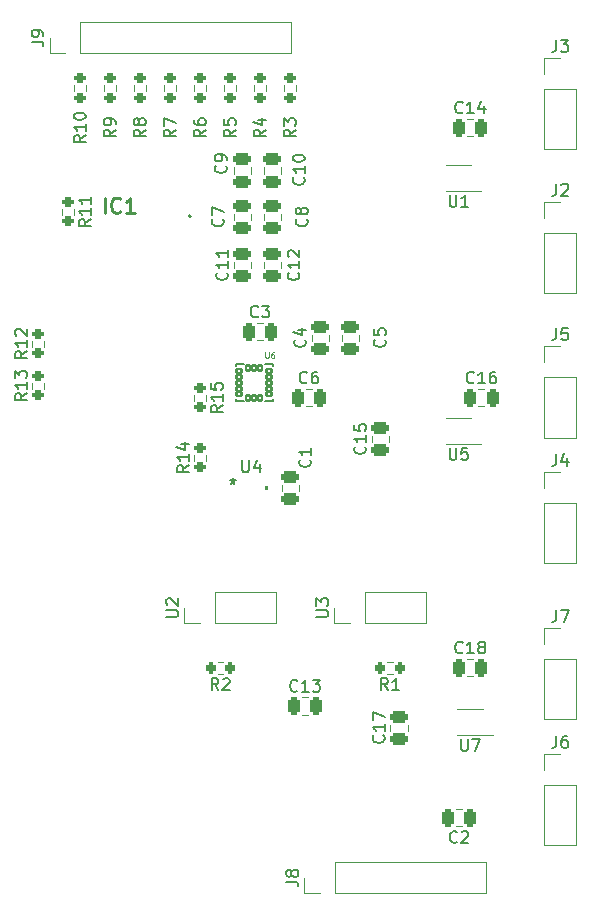
<source format=gto>
%TF.GenerationSoftware,KiCad,Pcbnew,7.0.1-0*%
%TF.CreationDate,2024-03-21T16:56:53-04:00*%
%TF.ProjectId,pihat,70696861-742e-46b6-9963-61645f706362,rev?*%
%TF.SameCoordinates,Original*%
%TF.FileFunction,Legend,Top*%
%TF.FilePolarity,Positive*%
%FSLAX46Y46*%
G04 Gerber Fmt 4.6, Leading zero omitted, Abs format (unit mm)*
G04 Created by KiCad (PCBNEW 7.0.1-0) date 2024-03-21 16:56:53*
%MOMM*%
%LPD*%
G01*
G04 APERTURE LIST*
G04 Aperture macros list*
%AMRoundRect*
0 Rectangle with rounded corners*
0 $1 Rounding radius*
0 $2 $3 $4 $5 $6 $7 $8 $9 X,Y pos of 4 corners*
0 Add a 4 corners polygon primitive as box body*
4,1,4,$2,$3,$4,$5,$6,$7,$8,$9,$2,$3,0*
0 Add four circle primitives for the rounded corners*
1,1,$1+$1,$2,$3*
1,1,$1+$1,$4,$5*
1,1,$1+$1,$6,$7*
1,1,$1+$1,$8,$9*
0 Add four rect primitives between the rounded corners*
20,1,$1+$1,$2,$3,$4,$5,0*
20,1,$1+$1,$4,$5,$6,$7,0*
20,1,$1+$1,$6,$7,$8,$9,0*
20,1,$1+$1,$8,$9,$2,$3,0*%
G04 Aperture macros list end*
%ADD10C,0.150000*%
%ADD11C,0.120224*%
%ADD12C,0.254000*%
%ADD13C,0.120000*%
%ADD14C,0.127000*%
%ADD15C,0.100000*%
%ADD16C,0.200000*%
%ADD17R,0.800000X0.300000*%
%ADD18RoundRect,0.200000X0.200000X0.275000X-0.200000X0.275000X-0.200000X-0.275000X0.200000X-0.275000X0*%
%ADD19RoundRect,0.200000X0.275000X-0.200000X0.275000X0.200000X-0.275000X0.200000X-0.275000X-0.200000X0*%
%ADD20R,1.700000X1.700000*%
%ADD21O,1.700000X1.700000*%
%ADD22R,0.330200X0.304800*%
%ADD23R,0.304800X0.330200*%
%ADD24RoundRect,0.250000X0.475000X-0.250000X0.475000X0.250000X-0.475000X0.250000X-0.475000X-0.250000X0*%
%ADD25RoundRect,0.250000X-0.250000X-0.475000X0.250000X-0.475000X0.250000X0.475000X-0.250000X0.475000X0*%
%ADD26RoundRect,0.116000X-0.231000X-0.161000X0.231000X-0.161000X0.231000X0.161000X-0.231000X0.161000X0*%
%ADD27RoundRect,0.116000X0.161000X-0.231000X0.161000X0.231000X-0.161000X0.231000X-0.161000X-0.231000X0*%
%ADD28RoundRect,0.116000X0.231000X0.161000X-0.231000X0.161000X-0.231000X-0.161000X0.231000X-0.161000X0*%
%ADD29RoundRect,0.116000X-0.161000X0.231000X-0.161000X-0.231000X0.161000X-0.231000X0.161000X0.231000X0*%
%ADD30R,0.800000X0.200000*%
%ADD31R,0.200000X0.800000*%
%ADD32R,1.800000X1.800000*%
%ADD33RoundRect,0.200000X-0.275000X0.200000X-0.275000X-0.200000X0.275000X-0.200000X0.275000X0.200000X0*%
%ADD34RoundRect,0.250000X0.250000X0.475000X-0.250000X0.475000X-0.250000X-0.475000X0.250000X-0.475000X0*%
G04 APERTURE END LIST*
D10*
%TO.C,U1*%
X92228095Y-71719019D02*
X92228095Y-72528542D01*
X92228095Y-72528542D02*
X92275714Y-72623780D01*
X92275714Y-72623780D02*
X92323333Y-72671400D01*
X92323333Y-72671400D02*
X92418571Y-72719019D01*
X92418571Y-72719019D02*
X92609047Y-72719019D01*
X92609047Y-72719019D02*
X92704285Y-72671400D01*
X92704285Y-72671400D02*
X92751904Y-72623780D01*
X92751904Y-72623780D02*
X92799523Y-72528542D01*
X92799523Y-72528542D02*
X92799523Y-71719019D01*
X93799523Y-72719019D02*
X93228095Y-72719019D01*
X93513809Y-72719019D02*
X93513809Y-71719019D01*
X93513809Y-71719019D02*
X93418571Y-71861876D01*
X93418571Y-71861876D02*
X93323333Y-71957114D01*
X93323333Y-71957114D02*
X93228095Y-72004733D01*
%TO.C,R2*%
X72668333Y-113652619D02*
X72335000Y-113176428D01*
X72096905Y-113652619D02*
X72096905Y-112652619D01*
X72096905Y-112652619D02*
X72477857Y-112652619D01*
X72477857Y-112652619D02*
X72573095Y-112700238D01*
X72573095Y-112700238D02*
X72620714Y-112747857D01*
X72620714Y-112747857D02*
X72668333Y-112843095D01*
X72668333Y-112843095D02*
X72668333Y-112985952D01*
X72668333Y-112985952D02*
X72620714Y-113081190D01*
X72620714Y-113081190D02*
X72573095Y-113128809D01*
X72573095Y-113128809D02*
X72477857Y-113176428D01*
X72477857Y-113176428D02*
X72096905Y-113176428D01*
X73049286Y-112747857D02*
X73096905Y-112700238D01*
X73096905Y-112700238D02*
X73192143Y-112652619D01*
X73192143Y-112652619D02*
X73430238Y-112652619D01*
X73430238Y-112652619D02*
X73525476Y-112700238D01*
X73525476Y-112700238D02*
X73573095Y-112747857D01*
X73573095Y-112747857D02*
X73620714Y-112843095D01*
X73620714Y-112843095D02*
X73620714Y-112938333D01*
X73620714Y-112938333D02*
X73573095Y-113081190D01*
X73573095Y-113081190D02*
X73001667Y-113652619D01*
X73001667Y-113652619D02*
X73620714Y-113652619D01*
%TO.C,R8*%
X66502619Y-66206666D02*
X66026428Y-66539999D01*
X66502619Y-66778094D02*
X65502619Y-66778094D01*
X65502619Y-66778094D02*
X65502619Y-66397142D01*
X65502619Y-66397142D02*
X65550238Y-66301904D01*
X65550238Y-66301904D02*
X65597857Y-66254285D01*
X65597857Y-66254285D02*
X65693095Y-66206666D01*
X65693095Y-66206666D02*
X65835952Y-66206666D01*
X65835952Y-66206666D02*
X65931190Y-66254285D01*
X65931190Y-66254285D02*
X65978809Y-66301904D01*
X65978809Y-66301904D02*
X66026428Y-66397142D01*
X66026428Y-66397142D02*
X66026428Y-66778094D01*
X65931190Y-65635237D02*
X65883571Y-65730475D01*
X65883571Y-65730475D02*
X65835952Y-65778094D01*
X65835952Y-65778094D02*
X65740714Y-65825713D01*
X65740714Y-65825713D02*
X65693095Y-65825713D01*
X65693095Y-65825713D02*
X65597857Y-65778094D01*
X65597857Y-65778094D02*
X65550238Y-65730475D01*
X65550238Y-65730475D02*
X65502619Y-65635237D01*
X65502619Y-65635237D02*
X65502619Y-65444761D01*
X65502619Y-65444761D02*
X65550238Y-65349523D01*
X65550238Y-65349523D02*
X65597857Y-65301904D01*
X65597857Y-65301904D02*
X65693095Y-65254285D01*
X65693095Y-65254285D02*
X65740714Y-65254285D01*
X65740714Y-65254285D02*
X65835952Y-65301904D01*
X65835952Y-65301904D02*
X65883571Y-65349523D01*
X65883571Y-65349523D02*
X65931190Y-65444761D01*
X65931190Y-65444761D02*
X65931190Y-65635237D01*
X65931190Y-65635237D02*
X65978809Y-65730475D01*
X65978809Y-65730475D02*
X66026428Y-65778094D01*
X66026428Y-65778094D02*
X66121666Y-65825713D01*
X66121666Y-65825713D02*
X66312142Y-65825713D01*
X66312142Y-65825713D02*
X66407380Y-65778094D01*
X66407380Y-65778094D02*
X66455000Y-65730475D01*
X66455000Y-65730475D02*
X66502619Y-65635237D01*
X66502619Y-65635237D02*
X66502619Y-65444761D01*
X66502619Y-65444761D02*
X66455000Y-65349523D01*
X66455000Y-65349523D02*
X66407380Y-65301904D01*
X66407380Y-65301904D02*
X66312142Y-65254285D01*
X66312142Y-65254285D02*
X66121666Y-65254285D01*
X66121666Y-65254285D02*
X66026428Y-65301904D01*
X66026428Y-65301904D02*
X65978809Y-65349523D01*
X65978809Y-65349523D02*
X65931190Y-65444761D01*
%TO.C,J6*%
X101266666Y-117528619D02*
X101266666Y-118242904D01*
X101266666Y-118242904D02*
X101219047Y-118385761D01*
X101219047Y-118385761D02*
X101123809Y-118481000D01*
X101123809Y-118481000D02*
X100980952Y-118528619D01*
X100980952Y-118528619D02*
X100885714Y-118528619D01*
X102171428Y-117528619D02*
X101980952Y-117528619D01*
X101980952Y-117528619D02*
X101885714Y-117576238D01*
X101885714Y-117576238D02*
X101838095Y-117623857D01*
X101838095Y-117623857D02*
X101742857Y-117766714D01*
X101742857Y-117766714D02*
X101695238Y-117957190D01*
X101695238Y-117957190D02*
X101695238Y-118338142D01*
X101695238Y-118338142D02*
X101742857Y-118433380D01*
X101742857Y-118433380D02*
X101790476Y-118481000D01*
X101790476Y-118481000D02*
X101885714Y-118528619D01*
X101885714Y-118528619D02*
X102076190Y-118528619D01*
X102076190Y-118528619D02*
X102171428Y-118481000D01*
X102171428Y-118481000D02*
X102219047Y-118433380D01*
X102219047Y-118433380D02*
X102266666Y-118338142D01*
X102266666Y-118338142D02*
X102266666Y-118100047D01*
X102266666Y-118100047D02*
X102219047Y-118004809D01*
X102219047Y-118004809D02*
X102171428Y-117957190D01*
X102171428Y-117957190D02*
X102076190Y-117909571D01*
X102076190Y-117909571D02*
X101885714Y-117909571D01*
X101885714Y-117909571D02*
X101790476Y-117957190D01*
X101790476Y-117957190D02*
X101742857Y-118004809D01*
X101742857Y-118004809D02*
X101695238Y-118100047D01*
%TO.C,U5*%
X92228095Y-93152619D02*
X92228095Y-93962142D01*
X92228095Y-93962142D02*
X92275714Y-94057380D01*
X92275714Y-94057380D02*
X92323333Y-94105000D01*
X92323333Y-94105000D02*
X92418571Y-94152619D01*
X92418571Y-94152619D02*
X92609047Y-94152619D01*
X92609047Y-94152619D02*
X92704285Y-94105000D01*
X92704285Y-94105000D02*
X92751904Y-94057380D01*
X92751904Y-94057380D02*
X92799523Y-93962142D01*
X92799523Y-93962142D02*
X92799523Y-93152619D01*
X93751904Y-93152619D02*
X93275714Y-93152619D01*
X93275714Y-93152619D02*
X93228095Y-93628809D01*
X93228095Y-93628809D02*
X93275714Y-93581190D01*
X93275714Y-93581190D02*
X93370952Y-93533571D01*
X93370952Y-93533571D02*
X93609047Y-93533571D01*
X93609047Y-93533571D02*
X93704285Y-93581190D01*
X93704285Y-93581190D02*
X93751904Y-93628809D01*
X93751904Y-93628809D02*
X93799523Y-93724047D01*
X93799523Y-93724047D02*
X93799523Y-93962142D01*
X93799523Y-93962142D02*
X93751904Y-94057380D01*
X93751904Y-94057380D02*
X93704285Y-94105000D01*
X93704285Y-94105000D02*
X93609047Y-94152619D01*
X93609047Y-94152619D02*
X93370952Y-94152619D01*
X93370952Y-94152619D02*
X93275714Y-94105000D01*
X93275714Y-94105000D02*
X93228095Y-94057380D01*
%TO.C,U4*%
X74678195Y-94192619D02*
X74678195Y-95002142D01*
X74678195Y-95002142D02*
X74725814Y-95097380D01*
X74725814Y-95097380D02*
X74773433Y-95145000D01*
X74773433Y-95145000D02*
X74868671Y-95192619D01*
X74868671Y-95192619D02*
X75059147Y-95192619D01*
X75059147Y-95192619D02*
X75154385Y-95145000D01*
X75154385Y-95145000D02*
X75202004Y-95097380D01*
X75202004Y-95097380D02*
X75249623Y-95002142D01*
X75249623Y-95002142D02*
X75249623Y-94192619D01*
X76154385Y-94525952D02*
X76154385Y-95192619D01*
X75916290Y-94145000D02*
X75678195Y-94859285D01*
X75678195Y-94859285D02*
X76297242Y-94859285D01*
X73880100Y-95732619D02*
X73880100Y-95970714D01*
X73642005Y-95875476D02*
X73880100Y-95970714D01*
X73880100Y-95970714D02*
X74118195Y-95875476D01*
X73737243Y-96161190D02*
X73880100Y-95970714D01*
X73880100Y-95970714D02*
X74022957Y-96161190D01*
X73880100Y-95732619D02*
X73880100Y-95970714D01*
X73642005Y-95875476D02*
X73880100Y-95970714D01*
X73880100Y-95970714D02*
X74118195Y-95875476D01*
X73737243Y-96161190D02*
X73880100Y-95970714D01*
X73880100Y-95970714D02*
X74022957Y-96161190D01*
%TO.C,C1*%
X80387380Y-94146666D02*
X80435000Y-94194285D01*
X80435000Y-94194285D02*
X80482619Y-94337142D01*
X80482619Y-94337142D02*
X80482619Y-94432380D01*
X80482619Y-94432380D02*
X80435000Y-94575237D01*
X80435000Y-94575237D02*
X80339761Y-94670475D01*
X80339761Y-94670475D02*
X80244523Y-94718094D01*
X80244523Y-94718094D02*
X80054047Y-94765713D01*
X80054047Y-94765713D02*
X79911190Y-94765713D01*
X79911190Y-94765713D02*
X79720714Y-94718094D01*
X79720714Y-94718094D02*
X79625476Y-94670475D01*
X79625476Y-94670475D02*
X79530238Y-94575237D01*
X79530238Y-94575237D02*
X79482619Y-94432380D01*
X79482619Y-94432380D02*
X79482619Y-94337142D01*
X79482619Y-94337142D02*
X79530238Y-94194285D01*
X79530238Y-94194285D02*
X79577857Y-94146666D01*
X80482619Y-93194285D02*
X80482619Y-93765713D01*
X80482619Y-93479999D02*
X79482619Y-93479999D01*
X79482619Y-93479999D02*
X79625476Y-93575237D01*
X79625476Y-93575237D02*
X79720714Y-93670475D01*
X79720714Y-93670475D02*
X79768333Y-93765713D01*
%TO.C,U2*%
X68252619Y-107441904D02*
X69062142Y-107441904D01*
X69062142Y-107441904D02*
X69157380Y-107394285D01*
X69157380Y-107394285D02*
X69205000Y-107346666D01*
X69205000Y-107346666D02*
X69252619Y-107251428D01*
X69252619Y-107251428D02*
X69252619Y-107060952D01*
X69252619Y-107060952D02*
X69205000Y-106965714D01*
X69205000Y-106965714D02*
X69157380Y-106918095D01*
X69157380Y-106918095D02*
X69062142Y-106870476D01*
X69062142Y-106870476D02*
X68252619Y-106870476D01*
X68347857Y-106441904D02*
X68300238Y-106394285D01*
X68300238Y-106394285D02*
X68252619Y-106299047D01*
X68252619Y-106299047D02*
X68252619Y-106060952D01*
X68252619Y-106060952D02*
X68300238Y-105965714D01*
X68300238Y-105965714D02*
X68347857Y-105918095D01*
X68347857Y-105918095D02*
X68443095Y-105870476D01*
X68443095Y-105870476D02*
X68538333Y-105870476D01*
X68538333Y-105870476D02*
X68681190Y-105918095D01*
X68681190Y-105918095D02*
X69252619Y-106489523D01*
X69252619Y-106489523D02*
X69252619Y-105870476D01*
%TO.C,R9*%
X63962619Y-66206666D02*
X63486428Y-66539999D01*
X63962619Y-66778094D02*
X62962619Y-66778094D01*
X62962619Y-66778094D02*
X62962619Y-66397142D01*
X62962619Y-66397142D02*
X63010238Y-66301904D01*
X63010238Y-66301904D02*
X63057857Y-66254285D01*
X63057857Y-66254285D02*
X63153095Y-66206666D01*
X63153095Y-66206666D02*
X63295952Y-66206666D01*
X63295952Y-66206666D02*
X63391190Y-66254285D01*
X63391190Y-66254285D02*
X63438809Y-66301904D01*
X63438809Y-66301904D02*
X63486428Y-66397142D01*
X63486428Y-66397142D02*
X63486428Y-66778094D01*
X63962619Y-65730475D02*
X63962619Y-65539999D01*
X63962619Y-65539999D02*
X63915000Y-65444761D01*
X63915000Y-65444761D02*
X63867380Y-65397142D01*
X63867380Y-65397142D02*
X63724523Y-65301904D01*
X63724523Y-65301904D02*
X63534047Y-65254285D01*
X63534047Y-65254285D02*
X63153095Y-65254285D01*
X63153095Y-65254285D02*
X63057857Y-65301904D01*
X63057857Y-65301904D02*
X63010238Y-65349523D01*
X63010238Y-65349523D02*
X62962619Y-65444761D01*
X62962619Y-65444761D02*
X62962619Y-65635237D01*
X62962619Y-65635237D02*
X63010238Y-65730475D01*
X63010238Y-65730475D02*
X63057857Y-65778094D01*
X63057857Y-65778094D02*
X63153095Y-65825713D01*
X63153095Y-65825713D02*
X63391190Y-65825713D01*
X63391190Y-65825713D02*
X63486428Y-65778094D01*
X63486428Y-65778094D02*
X63534047Y-65730475D01*
X63534047Y-65730475D02*
X63581666Y-65635237D01*
X63581666Y-65635237D02*
X63581666Y-65444761D01*
X63581666Y-65444761D02*
X63534047Y-65349523D01*
X63534047Y-65349523D02*
X63486428Y-65301904D01*
X63486428Y-65301904D02*
X63391190Y-65254285D01*
%TO.C,J2*%
X101266666Y-70792619D02*
X101266666Y-71506904D01*
X101266666Y-71506904D02*
X101219047Y-71649761D01*
X101219047Y-71649761D02*
X101123809Y-71745000D01*
X101123809Y-71745000D02*
X100980952Y-71792619D01*
X100980952Y-71792619D02*
X100885714Y-71792619D01*
X101695238Y-70887857D02*
X101742857Y-70840238D01*
X101742857Y-70840238D02*
X101838095Y-70792619D01*
X101838095Y-70792619D02*
X102076190Y-70792619D01*
X102076190Y-70792619D02*
X102171428Y-70840238D01*
X102171428Y-70840238D02*
X102219047Y-70887857D01*
X102219047Y-70887857D02*
X102266666Y-70983095D01*
X102266666Y-70983095D02*
X102266666Y-71078333D01*
X102266666Y-71078333D02*
X102219047Y-71221190D01*
X102219047Y-71221190D02*
X101647619Y-71792619D01*
X101647619Y-71792619D02*
X102266666Y-71792619D01*
%TO.C,R13*%
X56436619Y-88526857D02*
X55960428Y-88860190D01*
X56436619Y-89098285D02*
X55436619Y-89098285D01*
X55436619Y-89098285D02*
X55436619Y-88717333D01*
X55436619Y-88717333D02*
X55484238Y-88622095D01*
X55484238Y-88622095D02*
X55531857Y-88574476D01*
X55531857Y-88574476D02*
X55627095Y-88526857D01*
X55627095Y-88526857D02*
X55769952Y-88526857D01*
X55769952Y-88526857D02*
X55865190Y-88574476D01*
X55865190Y-88574476D02*
X55912809Y-88622095D01*
X55912809Y-88622095D02*
X55960428Y-88717333D01*
X55960428Y-88717333D02*
X55960428Y-89098285D01*
X56436619Y-87574476D02*
X56436619Y-88145904D01*
X56436619Y-87860190D02*
X55436619Y-87860190D01*
X55436619Y-87860190D02*
X55579476Y-87955428D01*
X55579476Y-87955428D02*
X55674714Y-88050666D01*
X55674714Y-88050666D02*
X55722333Y-88145904D01*
X55436619Y-87241142D02*
X55436619Y-86622095D01*
X55436619Y-86622095D02*
X55817571Y-86955428D01*
X55817571Y-86955428D02*
X55817571Y-86812571D01*
X55817571Y-86812571D02*
X55865190Y-86717333D01*
X55865190Y-86717333D02*
X55912809Y-86669714D01*
X55912809Y-86669714D02*
X56008047Y-86622095D01*
X56008047Y-86622095D02*
X56246142Y-86622095D01*
X56246142Y-86622095D02*
X56341380Y-86669714D01*
X56341380Y-86669714D02*
X56389000Y-86717333D01*
X56389000Y-86717333D02*
X56436619Y-86812571D01*
X56436619Y-86812571D02*
X56436619Y-87098285D01*
X56436619Y-87098285D02*
X56389000Y-87193523D01*
X56389000Y-87193523D02*
X56341380Y-87241142D01*
%TO.C,J8*%
X78412619Y-129873333D02*
X79126904Y-129873333D01*
X79126904Y-129873333D02*
X79269761Y-129920952D01*
X79269761Y-129920952D02*
X79365000Y-130016190D01*
X79365000Y-130016190D02*
X79412619Y-130159047D01*
X79412619Y-130159047D02*
X79412619Y-130254285D01*
X78841190Y-129254285D02*
X78793571Y-129349523D01*
X78793571Y-129349523D02*
X78745952Y-129397142D01*
X78745952Y-129397142D02*
X78650714Y-129444761D01*
X78650714Y-129444761D02*
X78603095Y-129444761D01*
X78603095Y-129444761D02*
X78507857Y-129397142D01*
X78507857Y-129397142D02*
X78460238Y-129349523D01*
X78460238Y-129349523D02*
X78412619Y-129254285D01*
X78412619Y-129254285D02*
X78412619Y-129063809D01*
X78412619Y-129063809D02*
X78460238Y-128968571D01*
X78460238Y-128968571D02*
X78507857Y-128920952D01*
X78507857Y-128920952D02*
X78603095Y-128873333D01*
X78603095Y-128873333D02*
X78650714Y-128873333D01*
X78650714Y-128873333D02*
X78745952Y-128920952D01*
X78745952Y-128920952D02*
X78793571Y-128968571D01*
X78793571Y-128968571D02*
X78841190Y-129063809D01*
X78841190Y-129063809D02*
X78841190Y-129254285D01*
X78841190Y-129254285D02*
X78888809Y-129349523D01*
X78888809Y-129349523D02*
X78936428Y-129397142D01*
X78936428Y-129397142D02*
X79031666Y-129444761D01*
X79031666Y-129444761D02*
X79222142Y-129444761D01*
X79222142Y-129444761D02*
X79317380Y-129397142D01*
X79317380Y-129397142D02*
X79365000Y-129349523D01*
X79365000Y-129349523D02*
X79412619Y-129254285D01*
X79412619Y-129254285D02*
X79412619Y-129063809D01*
X79412619Y-129063809D02*
X79365000Y-128968571D01*
X79365000Y-128968571D02*
X79317380Y-128920952D01*
X79317380Y-128920952D02*
X79222142Y-128873333D01*
X79222142Y-128873333D02*
X79031666Y-128873333D01*
X79031666Y-128873333D02*
X78936428Y-128920952D01*
X78936428Y-128920952D02*
X78888809Y-128968571D01*
X78888809Y-128968571D02*
X78841190Y-129063809D01*
%TO.C,C14*%
X93337142Y-64727380D02*
X93289523Y-64775000D01*
X93289523Y-64775000D02*
X93146666Y-64822619D01*
X93146666Y-64822619D02*
X93051428Y-64822619D01*
X93051428Y-64822619D02*
X92908571Y-64775000D01*
X92908571Y-64775000D02*
X92813333Y-64679761D01*
X92813333Y-64679761D02*
X92765714Y-64584523D01*
X92765714Y-64584523D02*
X92718095Y-64394047D01*
X92718095Y-64394047D02*
X92718095Y-64251190D01*
X92718095Y-64251190D02*
X92765714Y-64060714D01*
X92765714Y-64060714D02*
X92813333Y-63965476D01*
X92813333Y-63965476D02*
X92908571Y-63870238D01*
X92908571Y-63870238D02*
X93051428Y-63822619D01*
X93051428Y-63822619D02*
X93146666Y-63822619D01*
X93146666Y-63822619D02*
X93289523Y-63870238D01*
X93289523Y-63870238D02*
X93337142Y-63917857D01*
X94289523Y-64822619D02*
X93718095Y-64822619D01*
X94003809Y-64822619D02*
X94003809Y-63822619D01*
X94003809Y-63822619D02*
X93908571Y-63965476D01*
X93908571Y-63965476D02*
X93813333Y-64060714D01*
X93813333Y-64060714D02*
X93718095Y-64108333D01*
X95146666Y-64155952D02*
X95146666Y-64822619D01*
X94908571Y-63775000D02*
X94670476Y-64489285D01*
X94670476Y-64489285D02*
X95289523Y-64489285D01*
%TO.C,C16*%
X94287142Y-87587380D02*
X94239523Y-87635000D01*
X94239523Y-87635000D02*
X94096666Y-87682619D01*
X94096666Y-87682619D02*
X94001428Y-87682619D01*
X94001428Y-87682619D02*
X93858571Y-87635000D01*
X93858571Y-87635000D02*
X93763333Y-87539761D01*
X93763333Y-87539761D02*
X93715714Y-87444523D01*
X93715714Y-87444523D02*
X93668095Y-87254047D01*
X93668095Y-87254047D02*
X93668095Y-87111190D01*
X93668095Y-87111190D02*
X93715714Y-86920714D01*
X93715714Y-86920714D02*
X93763333Y-86825476D01*
X93763333Y-86825476D02*
X93858571Y-86730238D01*
X93858571Y-86730238D02*
X94001428Y-86682619D01*
X94001428Y-86682619D02*
X94096666Y-86682619D01*
X94096666Y-86682619D02*
X94239523Y-86730238D01*
X94239523Y-86730238D02*
X94287142Y-86777857D01*
X95239523Y-87682619D02*
X94668095Y-87682619D01*
X94953809Y-87682619D02*
X94953809Y-86682619D01*
X94953809Y-86682619D02*
X94858571Y-86825476D01*
X94858571Y-86825476D02*
X94763333Y-86920714D01*
X94763333Y-86920714D02*
X94668095Y-86968333D01*
X96096666Y-86682619D02*
X95906190Y-86682619D01*
X95906190Y-86682619D02*
X95810952Y-86730238D01*
X95810952Y-86730238D02*
X95763333Y-86777857D01*
X95763333Y-86777857D02*
X95668095Y-86920714D01*
X95668095Y-86920714D02*
X95620476Y-87111190D01*
X95620476Y-87111190D02*
X95620476Y-87492142D01*
X95620476Y-87492142D02*
X95668095Y-87587380D01*
X95668095Y-87587380D02*
X95715714Y-87635000D01*
X95715714Y-87635000D02*
X95810952Y-87682619D01*
X95810952Y-87682619D02*
X96001428Y-87682619D01*
X96001428Y-87682619D02*
X96096666Y-87635000D01*
X96096666Y-87635000D02*
X96144285Y-87587380D01*
X96144285Y-87587380D02*
X96191904Y-87492142D01*
X96191904Y-87492142D02*
X96191904Y-87254047D01*
X96191904Y-87254047D02*
X96144285Y-87158809D01*
X96144285Y-87158809D02*
X96096666Y-87111190D01*
X96096666Y-87111190D02*
X96001428Y-87063571D01*
X96001428Y-87063571D02*
X95810952Y-87063571D01*
X95810952Y-87063571D02*
X95715714Y-87111190D01*
X95715714Y-87111190D02*
X95668095Y-87158809D01*
X95668095Y-87158809D02*
X95620476Y-87254047D01*
%TO.C,C5*%
X86727380Y-83986666D02*
X86775000Y-84034285D01*
X86775000Y-84034285D02*
X86822619Y-84177142D01*
X86822619Y-84177142D02*
X86822619Y-84272380D01*
X86822619Y-84272380D02*
X86775000Y-84415237D01*
X86775000Y-84415237D02*
X86679761Y-84510475D01*
X86679761Y-84510475D02*
X86584523Y-84558094D01*
X86584523Y-84558094D02*
X86394047Y-84605713D01*
X86394047Y-84605713D02*
X86251190Y-84605713D01*
X86251190Y-84605713D02*
X86060714Y-84558094D01*
X86060714Y-84558094D02*
X85965476Y-84510475D01*
X85965476Y-84510475D02*
X85870238Y-84415237D01*
X85870238Y-84415237D02*
X85822619Y-84272380D01*
X85822619Y-84272380D02*
X85822619Y-84177142D01*
X85822619Y-84177142D02*
X85870238Y-84034285D01*
X85870238Y-84034285D02*
X85917857Y-83986666D01*
X85822619Y-83081904D02*
X85822619Y-83558094D01*
X85822619Y-83558094D02*
X86298809Y-83605713D01*
X86298809Y-83605713D02*
X86251190Y-83558094D01*
X86251190Y-83558094D02*
X86203571Y-83462856D01*
X86203571Y-83462856D02*
X86203571Y-83224761D01*
X86203571Y-83224761D02*
X86251190Y-83129523D01*
X86251190Y-83129523D02*
X86298809Y-83081904D01*
X86298809Y-83081904D02*
X86394047Y-83034285D01*
X86394047Y-83034285D02*
X86632142Y-83034285D01*
X86632142Y-83034285D02*
X86727380Y-83081904D01*
X86727380Y-83081904D02*
X86775000Y-83129523D01*
X86775000Y-83129523D02*
X86822619Y-83224761D01*
X86822619Y-83224761D02*
X86822619Y-83462856D01*
X86822619Y-83462856D02*
X86775000Y-83558094D01*
X86775000Y-83558094D02*
X86727380Y-83605713D01*
%TO.C,J7*%
X101266666Y-106860619D02*
X101266666Y-107574904D01*
X101266666Y-107574904D02*
X101219047Y-107717761D01*
X101219047Y-107717761D02*
X101123809Y-107813000D01*
X101123809Y-107813000D02*
X100980952Y-107860619D01*
X100980952Y-107860619D02*
X100885714Y-107860619D01*
X101647619Y-106860619D02*
X102314285Y-106860619D01*
X102314285Y-106860619D02*
X101885714Y-107860619D01*
D11*
%TO.C,U6*%
X76633603Y-85052476D02*
X76633603Y-85441773D01*
X76633603Y-85441773D02*
X76656502Y-85487573D01*
X76656502Y-85487573D02*
X76679402Y-85510473D01*
X76679402Y-85510473D02*
X76725202Y-85533372D01*
X76725202Y-85533372D02*
X76816801Y-85533372D01*
X76816801Y-85533372D02*
X76862601Y-85510473D01*
X76862601Y-85510473D02*
X76885500Y-85487573D01*
X76885500Y-85487573D02*
X76908400Y-85441773D01*
X76908400Y-85441773D02*
X76908400Y-85052476D01*
X77343497Y-85052476D02*
X77251898Y-85052476D01*
X77251898Y-85052476D02*
X77206098Y-85075376D01*
X77206098Y-85075376D02*
X77183198Y-85098276D01*
X77183198Y-85098276D02*
X77137399Y-85166975D01*
X77137399Y-85166975D02*
X77114499Y-85258575D01*
X77114499Y-85258575D02*
X77114499Y-85441773D01*
X77114499Y-85441773D02*
X77137399Y-85487573D01*
X77137399Y-85487573D02*
X77160298Y-85510473D01*
X77160298Y-85510473D02*
X77206098Y-85533372D01*
X77206098Y-85533372D02*
X77297697Y-85533372D01*
X77297697Y-85533372D02*
X77343497Y-85510473D01*
X77343497Y-85510473D02*
X77366397Y-85487573D01*
X77366397Y-85487573D02*
X77389296Y-85441773D01*
X77389296Y-85441773D02*
X77389296Y-85327274D01*
X77389296Y-85327274D02*
X77366397Y-85281474D01*
X77366397Y-85281474D02*
X77343497Y-85258575D01*
X77343497Y-85258575D02*
X77297697Y-85235675D01*
X77297697Y-85235675D02*
X77206098Y-85235675D01*
X77206098Y-85235675D02*
X77160298Y-85258575D01*
X77160298Y-85258575D02*
X77137399Y-85281474D01*
X77137399Y-85281474D02*
X77114499Y-85327274D01*
D10*
%TO.C,C10*%
X79869380Y-70238857D02*
X79917000Y-70286476D01*
X79917000Y-70286476D02*
X79964619Y-70429333D01*
X79964619Y-70429333D02*
X79964619Y-70524571D01*
X79964619Y-70524571D02*
X79917000Y-70667428D01*
X79917000Y-70667428D02*
X79821761Y-70762666D01*
X79821761Y-70762666D02*
X79726523Y-70810285D01*
X79726523Y-70810285D02*
X79536047Y-70857904D01*
X79536047Y-70857904D02*
X79393190Y-70857904D01*
X79393190Y-70857904D02*
X79202714Y-70810285D01*
X79202714Y-70810285D02*
X79107476Y-70762666D01*
X79107476Y-70762666D02*
X79012238Y-70667428D01*
X79012238Y-70667428D02*
X78964619Y-70524571D01*
X78964619Y-70524571D02*
X78964619Y-70429333D01*
X78964619Y-70429333D02*
X79012238Y-70286476D01*
X79012238Y-70286476D02*
X79059857Y-70238857D01*
X79964619Y-69286476D02*
X79964619Y-69857904D01*
X79964619Y-69572190D02*
X78964619Y-69572190D01*
X78964619Y-69572190D02*
X79107476Y-69667428D01*
X79107476Y-69667428D02*
X79202714Y-69762666D01*
X79202714Y-69762666D02*
X79250333Y-69857904D01*
X78964619Y-68667428D02*
X78964619Y-68572190D01*
X78964619Y-68572190D02*
X79012238Y-68476952D01*
X79012238Y-68476952D02*
X79059857Y-68429333D01*
X79059857Y-68429333D02*
X79155095Y-68381714D01*
X79155095Y-68381714D02*
X79345571Y-68334095D01*
X79345571Y-68334095D02*
X79583666Y-68334095D01*
X79583666Y-68334095D02*
X79774142Y-68381714D01*
X79774142Y-68381714D02*
X79869380Y-68429333D01*
X79869380Y-68429333D02*
X79917000Y-68476952D01*
X79917000Y-68476952D02*
X79964619Y-68572190D01*
X79964619Y-68572190D02*
X79964619Y-68667428D01*
X79964619Y-68667428D02*
X79917000Y-68762666D01*
X79917000Y-68762666D02*
X79869380Y-68810285D01*
X79869380Y-68810285D02*
X79774142Y-68857904D01*
X79774142Y-68857904D02*
X79583666Y-68905523D01*
X79583666Y-68905523D02*
X79345571Y-68905523D01*
X79345571Y-68905523D02*
X79155095Y-68857904D01*
X79155095Y-68857904D02*
X79059857Y-68810285D01*
X79059857Y-68810285D02*
X79012238Y-68762666D01*
X79012238Y-68762666D02*
X78964619Y-68667428D01*
%TO.C,C9*%
X73265380Y-69254666D02*
X73313000Y-69302285D01*
X73313000Y-69302285D02*
X73360619Y-69445142D01*
X73360619Y-69445142D02*
X73360619Y-69540380D01*
X73360619Y-69540380D02*
X73313000Y-69683237D01*
X73313000Y-69683237D02*
X73217761Y-69778475D01*
X73217761Y-69778475D02*
X73122523Y-69826094D01*
X73122523Y-69826094D02*
X72932047Y-69873713D01*
X72932047Y-69873713D02*
X72789190Y-69873713D01*
X72789190Y-69873713D02*
X72598714Y-69826094D01*
X72598714Y-69826094D02*
X72503476Y-69778475D01*
X72503476Y-69778475D02*
X72408238Y-69683237D01*
X72408238Y-69683237D02*
X72360619Y-69540380D01*
X72360619Y-69540380D02*
X72360619Y-69445142D01*
X72360619Y-69445142D02*
X72408238Y-69302285D01*
X72408238Y-69302285D02*
X72455857Y-69254666D01*
X73360619Y-68778475D02*
X73360619Y-68587999D01*
X73360619Y-68587999D02*
X73313000Y-68492761D01*
X73313000Y-68492761D02*
X73265380Y-68445142D01*
X73265380Y-68445142D02*
X73122523Y-68349904D01*
X73122523Y-68349904D02*
X72932047Y-68302285D01*
X72932047Y-68302285D02*
X72551095Y-68302285D01*
X72551095Y-68302285D02*
X72455857Y-68349904D01*
X72455857Y-68349904D02*
X72408238Y-68397523D01*
X72408238Y-68397523D02*
X72360619Y-68492761D01*
X72360619Y-68492761D02*
X72360619Y-68683237D01*
X72360619Y-68683237D02*
X72408238Y-68778475D01*
X72408238Y-68778475D02*
X72455857Y-68826094D01*
X72455857Y-68826094D02*
X72551095Y-68873713D01*
X72551095Y-68873713D02*
X72789190Y-68873713D01*
X72789190Y-68873713D02*
X72884428Y-68826094D01*
X72884428Y-68826094D02*
X72932047Y-68778475D01*
X72932047Y-68778475D02*
X72979666Y-68683237D01*
X72979666Y-68683237D02*
X72979666Y-68492761D01*
X72979666Y-68492761D02*
X72932047Y-68397523D01*
X72932047Y-68397523D02*
X72884428Y-68349904D01*
X72884428Y-68349904D02*
X72789190Y-68302285D01*
D12*
%TO.C,IC1*%
X63022237Y-73231526D02*
X63022237Y-71961526D01*
X64352714Y-73110573D02*
X64292238Y-73171050D01*
X64292238Y-73171050D02*
X64110809Y-73231526D01*
X64110809Y-73231526D02*
X63989857Y-73231526D01*
X63989857Y-73231526D02*
X63808428Y-73171050D01*
X63808428Y-73171050D02*
X63687476Y-73050097D01*
X63687476Y-73050097D02*
X63626999Y-72929145D01*
X63626999Y-72929145D02*
X63566523Y-72687240D01*
X63566523Y-72687240D02*
X63566523Y-72505811D01*
X63566523Y-72505811D02*
X63626999Y-72263907D01*
X63626999Y-72263907D02*
X63687476Y-72142954D01*
X63687476Y-72142954D02*
X63808428Y-72022002D01*
X63808428Y-72022002D02*
X63989857Y-71961526D01*
X63989857Y-71961526D02*
X64110809Y-71961526D01*
X64110809Y-71961526D02*
X64292238Y-72022002D01*
X64292238Y-72022002D02*
X64352714Y-72082478D01*
X65562238Y-73231526D02*
X64836523Y-73231526D01*
X65199380Y-73231526D02*
X65199380Y-71961526D01*
X65199380Y-71961526D02*
X65078428Y-72142954D01*
X65078428Y-72142954D02*
X64957476Y-72263907D01*
X64957476Y-72263907D02*
X64836523Y-72324383D01*
D10*
%TO.C,C8*%
X80123380Y-73760666D02*
X80171000Y-73808285D01*
X80171000Y-73808285D02*
X80218619Y-73951142D01*
X80218619Y-73951142D02*
X80218619Y-74046380D01*
X80218619Y-74046380D02*
X80171000Y-74189237D01*
X80171000Y-74189237D02*
X80075761Y-74284475D01*
X80075761Y-74284475D02*
X79980523Y-74332094D01*
X79980523Y-74332094D02*
X79790047Y-74379713D01*
X79790047Y-74379713D02*
X79647190Y-74379713D01*
X79647190Y-74379713D02*
X79456714Y-74332094D01*
X79456714Y-74332094D02*
X79361476Y-74284475D01*
X79361476Y-74284475D02*
X79266238Y-74189237D01*
X79266238Y-74189237D02*
X79218619Y-74046380D01*
X79218619Y-74046380D02*
X79218619Y-73951142D01*
X79218619Y-73951142D02*
X79266238Y-73808285D01*
X79266238Y-73808285D02*
X79313857Y-73760666D01*
X79647190Y-73189237D02*
X79599571Y-73284475D01*
X79599571Y-73284475D02*
X79551952Y-73332094D01*
X79551952Y-73332094D02*
X79456714Y-73379713D01*
X79456714Y-73379713D02*
X79409095Y-73379713D01*
X79409095Y-73379713D02*
X79313857Y-73332094D01*
X79313857Y-73332094D02*
X79266238Y-73284475D01*
X79266238Y-73284475D02*
X79218619Y-73189237D01*
X79218619Y-73189237D02*
X79218619Y-72998761D01*
X79218619Y-72998761D02*
X79266238Y-72903523D01*
X79266238Y-72903523D02*
X79313857Y-72855904D01*
X79313857Y-72855904D02*
X79409095Y-72808285D01*
X79409095Y-72808285D02*
X79456714Y-72808285D01*
X79456714Y-72808285D02*
X79551952Y-72855904D01*
X79551952Y-72855904D02*
X79599571Y-72903523D01*
X79599571Y-72903523D02*
X79647190Y-72998761D01*
X79647190Y-72998761D02*
X79647190Y-73189237D01*
X79647190Y-73189237D02*
X79694809Y-73284475D01*
X79694809Y-73284475D02*
X79742428Y-73332094D01*
X79742428Y-73332094D02*
X79837666Y-73379713D01*
X79837666Y-73379713D02*
X80028142Y-73379713D01*
X80028142Y-73379713D02*
X80123380Y-73332094D01*
X80123380Y-73332094D02*
X80171000Y-73284475D01*
X80171000Y-73284475D02*
X80218619Y-73189237D01*
X80218619Y-73189237D02*
X80218619Y-72998761D01*
X80218619Y-72998761D02*
X80171000Y-72903523D01*
X80171000Y-72903523D02*
X80123380Y-72855904D01*
X80123380Y-72855904D02*
X80028142Y-72808285D01*
X80028142Y-72808285D02*
X79837666Y-72808285D01*
X79837666Y-72808285D02*
X79742428Y-72855904D01*
X79742428Y-72855904D02*
X79694809Y-72903523D01*
X79694809Y-72903523D02*
X79647190Y-72998761D01*
%TO.C,J9*%
X56837619Y-58753333D02*
X57551904Y-58753333D01*
X57551904Y-58753333D02*
X57694761Y-58800952D01*
X57694761Y-58800952D02*
X57790000Y-58896190D01*
X57790000Y-58896190D02*
X57837619Y-59039047D01*
X57837619Y-59039047D02*
X57837619Y-59134285D01*
X57837619Y-58229523D02*
X57837619Y-58039047D01*
X57837619Y-58039047D02*
X57790000Y-57943809D01*
X57790000Y-57943809D02*
X57742380Y-57896190D01*
X57742380Y-57896190D02*
X57599523Y-57800952D01*
X57599523Y-57800952D02*
X57409047Y-57753333D01*
X57409047Y-57753333D02*
X57028095Y-57753333D01*
X57028095Y-57753333D02*
X56932857Y-57800952D01*
X56932857Y-57800952D02*
X56885238Y-57848571D01*
X56885238Y-57848571D02*
X56837619Y-57943809D01*
X56837619Y-57943809D02*
X56837619Y-58134285D01*
X56837619Y-58134285D02*
X56885238Y-58229523D01*
X56885238Y-58229523D02*
X56932857Y-58277142D01*
X56932857Y-58277142D02*
X57028095Y-58324761D01*
X57028095Y-58324761D02*
X57266190Y-58324761D01*
X57266190Y-58324761D02*
X57361428Y-58277142D01*
X57361428Y-58277142D02*
X57409047Y-58229523D01*
X57409047Y-58229523D02*
X57456666Y-58134285D01*
X57456666Y-58134285D02*
X57456666Y-57943809D01*
X57456666Y-57943809D02*
X57409047Y-57848571D01*
X57409047Y-57848571D02*
X57361428Y-57800952D01*
X57361428Y-57800952D02*
X57266190Y-57753333D01*
%TO.C,R5*%
X74122619Y-66206666D02*
X73646428Y-66539999D01*
X74122619Y-66778094D02*
X73122619Y-66778094D01*
X73122619Y-66778094D02*
X73122619Y-66397142D01*
X73122619Y-66397142D02*
X73170238Y-66301904D01*
X73170238Y-66301904D02*
X73217857Y-66254285D01*
X73217857Y-66254285D02*
X73313095Y-66206666D01*
X73313095Y-66206666D02*
X73455952Y-66206666D01*
X73455952Y-66206666D02*
X73551190Y-66254285D01*
X73551190Y-66254285D02*
X73598809Y-66301904D01*
X73598809Y-66301904D02*
X73646428Y-66397142D01*
X73646428Y-66397142D02*
X73646428Y-66778094D01*
X73122619Y-65301904D02*
X73122619Y-65778094D01*
X73122619Y-65778094D02*
X73598809Y-65825713D01*
X73598809Y-65825713D02*
X73551190Y-65778094D01*
X73551190Y-65778094D02*
X73503571Y-65682856D01*
X73503571Y-65682856D02*
X73503571Y-65444761D01*
X73503571Y-65444761D02*
X73551190Y-65349523D01*
X73551190Y-65349523D02*
X73598809Y-65301904D01*
X73598809Y-65301904D02*
X73694047Y-65254285D01*
X73694047Y-65254285D02*
X73932142Y-65254285D01*
X73932142Y-65254285D02*
X74027380Y-65301904D01*
X74027380Y-65301904D02*
X74075000Y-65349523D01*
X74075000Y-65349523D02*
X74122619Y-65444761D01*
X74122619Y-65444761D02*
X74122619Y-65682856D01*
X74122619Y-65682856D02*
X74075000Y-65778094D01*
X74075000Y-65778094D02*
X74027380Y-65825713D01*
%TO.C,C17*%
X86637380Y-117482857D02*
X86685000Y-117530476D01*
X86685000Y-117530476D02*
X86732619Y-117673333D01*
X86732619Y-117673333D02*
X86732619Y-117768571D01*
X86732619Y-117768571D02*
X86685000Y-117911428D01*
X86685000Y-117911428D02*
X86589761Y-118006666D01*
X86589761Y-118006666D02*
X86494523Y-118054285D01*
X86494523Y-118054285D02*
X86304047Y-118101904D01*
X86304047Y-118101904D02*
X86161190Y-118101904D01*
X86161190Y-118101904D02*
X85970714Y-118054285D01*
X85970714Y-118054285D02*
X85875476Y-118006666D01*
X85875476Y-118006666D02*
X85780238Y-117911428D01*
X85780238Y-117911428D02*
X85732619Y-117768571D01*
X85732619Y-117768571D02*
X85732619Y-117673333D01*
X85732619Y-117673333D02*
X85780238Y-117530476D01*
X85780238Y-117530476D02*
X85827857Y-117482857D01*
X86732619Y-116530476D02*
X86732619Y-117101904D01*
X86732619Y-116816190D02*
X85732619Y-116816190D01*
X85732619Y-116816190D02*
X85875476Y-116911428D01*
X85875476Y-116911428D02*
X85970714Y-117006666D01*
X85970714Y-117006666D02*
X86018333Y-117101904D01*
X85732619Y-116197142D02*
X85732619Y-115530476D01*
X85732619Y-115530476D02*
X86732619Y-115959047D01*
%TO.C,C18*%
X93337142Y-110447380D02*
X93289523Y-110495000D01*
X93289523Y-110495000D02*
X93146666Y-110542619D01*
X93146666Y-110542619D02*
X93051428Y-110542619D01*
X93051428Y-110542619D02*
X92908571Y-110495000D01*
X92908571Y-110495000D02*
X92813333Y-110399761D01*
X92813333Y-110399761D02*
X92765714Y-110304523D01*
X92765714Y-110304523D02*
X92718095Y-110114047D01*
X92718095Y-110114047D02*
X92718095Y-109971190D01*
X92718095Y-109971190D02*
X92765714Y-109780714D01*
X92765714Y-109780714D02*
X92813333Y-109685476D01*
X92813333Y-109685476D02*
X92908571Y-109590238D01*
X92908571Y-109590238D02*
X93051428Y-109542619D01*
X93051428Y-109542619D02*
X93146666Y-109542619D01*
X93146666Y-109542619D02*
X93289523Y-109590238D01*
X93289523Y-109590238D02*
X93337142Y-109637857D01*
X94289523Y-110542619D02*
X93718095Y-110542619D01*
X94003809Y-110542619D02*
X94003809Y-109542619D01*
X94003809Y-109542619D02*
X93908571Y-109685476D01*
X93908571Y-109685476D02*
X93813333Y-109780714D01*
X93813333Y-109780714D02*
X93718095Y-109828333D01*
X94860952Y-109971190D02*
X94765714Y-109923571D01*
X94765714Y-109923571D02*
X94718095Y-109875952D01*
X94718095Y-109875952D02*
X94670476Y-109780714D01*
X94670476Y-109780714D02*
X94670476Y-109733095D01*
X94670476Y-109733095D02*
X94718095Y-109637857D01*
X94718095Y-109637857D02*
X94765714Y-109590238D01*
X94765714Y-109590238D02*
X94860952Y-109542619D01*
X94860952Y-109542619D02*
X95051428Y-109542619D01*
X95051428Y-109542619D02*
X95146666Y-109590238D01*
X95146666Y-109590238D02*
X95194285Y-109637857D01*
X95194285Y-109637857D02*
X95241904Y-109733095D01*
X95241904Y-109733095D02*
X95241904Y-109780714D01*
X95241904Y-109780714D02*
X95194285Y-109875952D01*
X95194285Y-109875952D02*
X95146666Y-109923571D01*
X95146666Y-109923571D02*
X95051428Y-109971190D01*
X95051428Y-109971190D02*
X94860952Y-109971190D01*
X94860952Y-109971190D02*
X94765714Y-110018809D01*
X94765714Y-110018809D02*
X94718095Y-110066428D01*
X94718095Y-110066428D02*
X94670476Y-110161666D01*
X94670476Y-110161666D02*
X94670476Y-110352142D01*
X94670476Y-110352142D02*
X94718095Y-110447380D01*
X94718095Y-110447380D02*
X94765714Y-110495000D01*
X94765714Y-110495000D02*
X94860952Y-110542619D01*
X94860952Y-110542619D02*
X95051428Y-110542619D01*
X95051428Y-110542619D02*
X95146666Y-110495000D01*
X95146666Y-110495000D02*
X95194285Y-110447380D01*
X95194285Y-110447380D02*
X95241904Y-110352142D01*
X95241904Y-110352142D02*
X95241904Y-110161666D01*
X95241904Y-110161666D02*
X95194285Y-110066428D01*
X95194285Y-110066428D02*
X95146666Y-110018809D01*
X95146666Y-110018809D02*
X95051428Y-109971190D01*
%TO.C,C12*%
X79425380Y-78300857D02*
X79473000Y-78348476D01*
X79473000Y-78348476D02*
X79520619Y-78491333D01*
X79520619Y-78491333D02*
X79520619Y-78586571D01*
X79520619Y-78586571D02*
X79473000Y-78729428D01*
X79473000Y-78729428D02*
X79377761Y-78824666D01*
X79377761Y-78824666D02*
X79282523Y-78872285D01*
X79282523Y-78872285D02*
X79092047Y-78919904D01*
X79092047Y-78919904D02*
X78949190Y-78919904D01*
X78949190Y-78919904D02*
X78758714Y-78872285D01*
X78758714Y-78872285D02*
X78663476Y-78824666D01*
X78663476Y-78824666D02*
X78568238Y-78729428D01*
X78568238Y-78729428D02*
X78520619Y-78586571D01*
X78520619Y-78586571D02*
X78520619Y-78491333D01*
X78520619Y-78491333D02*
X78568238Y-78348476D01*
X78568238Y-78348476D02*
X78615857Y-78300857D01*
X79520619Y-77348476D02*
X79520619Y-77919904D01*
X79520619Y-77634190D02*
X78520619Y-77634190D01*
X78520619Y-77634190D02*
X78663476Y-77729428D01*
X78663476Y-77729428D02*
X78758714Y-77824666D01*
X78758714Y-77824666D02*
X78806333Y-77919904D01*
X78615857Y-76967523D02*
X78568238Y-76919904D01*
X78568238Y-76919904D02*
X78520619Y-76824666D01*
X78520619Y-76824666D02*
X78520619Y-76586571D01*
X78520619Y-76586571D02*
X78568238Y-76491333D01*
X78568238Y-76491333D02*
X78615857Y-76443714D01*
X78615857Y-76443714D02*
X78711095Y-76396095D01*
X78711095Y-76396095D02*
X78806333Y-76396095D01*
X78806333Y-76396095D02*
X78949190Y-76443714D01*
X78949190Y-76443714D02*
X79520619Y-77015142D01*
X79520619Y-77015142D02*
X79520619Y-76396095D01*
%TO.C,R15*%
X73012619Y-89542857D02*
X72536428Y-89876190D01*
X73012619Y-90114285D02*
X72012619Y-90114285D01*
X72012619Y-90114285D02*
X72012619Y-89733333D01*
X72012619Y-89733333D02*
X72060238Y-89638095D01*
X72060238Y-89638095D02*
X72107857Y-89590476D01*
X72107857Y-89590476D02*
X72203095Y-89542857D01*
X72203095Y-89542857D02*
X72345952Y-89542857D01*
X72345952Y-89542857D02*
X72441190Y-89590476D01*
X72441190Y-89590476D02*
X72488809Y-89638095D01*
X72488809Y-89638095D02*
X72536428Y-89733333D01*
X72536428Y-89733333D02*
X72536428Y-90114285D01*
X73012619Y-88590476D02*
X73012619Y-89161904D01*
X73012619Y-88876190D02*
X72012619Y-88876190D01*
X72012619Y-88876190D02*
X72155476Y-88971428D01*
X72155476Y-88971428D02*
X72250714Y-89066666D01*
X72250714Y-89066666D02*
X72298333Y-89161904D01*
X72012619Y-87685714D02*
X72012619Y-88161904D01*
X72012619Y-88161904D02*
X72488809Y-88209523D01*
X72488809Y-88209523D02*
X72441190Y-88161904D01*
X72441190Y-88161904D02*
X72393571Y-88066666D01*
X72393571Y-88066666D02*
X72393571Y-87828571D01*
X72393571Y-87828571D02*
X72441190Y-87733333D01*
X72441190Y-87733333D02*
X72488809Y-87685714D01*
X72488809Y-87685714D02*
X72584047Y-87638095D01*
X72584047Y-87638095D02*
X72822142Y-87638095D01*
X72822142Y-87638095D02*
X72917380Y-87685714D01*
X72917380Y-87685714D02*
X72965000Y-87733333D01*
X72965000Y-87733333D02*
X73012619Y-87828571D01*
X73012619Y-87828571D02*
X73012619Y-88066666D01*
X73012619Y-88066666D02*
X72965000Y-88161904D01*
X72965000Y-88161904D02*
X72917380Y-88209523D01*
%TO.C,C7*%
X73011380Y-73760666D02*
X73059000Y-73808285D01*
X73059000Y-73808285D02*
X73106619Y-73951142D01*
X73106619Y-73951142D02*
X73106619Y-74046380D01*
X73106619Y-74046380D02*
X73059000Y-74189237D01*
X73059000Y-74189237D02*
X72963761Y-74284475D01*
X72963761Y-74284475D02*
X72868523Y-74332094D01*
X72868523Y-74332094D02*
X72678047Y-74379713D01*
X72678047Y-74379713D02*
X72535190Y-74379713D01*
X72535190Y-74379713D02*
X72344714Y-74332094D01*
X72344714Y-74332094D02*
X72249476Y-74284475D01*
X72249476Y-74284475D02*
X72154238Y-74189237D01*
X72154238Y-74189237D02*
X72106619Y-74046380D01*
X72106619Y-74046380D02*
X72106619Y-73951142D01*
X72106619Y-73951142D02*
X72154238Y-73808285D01*
X72154238Y-73808285D02*
X72201857Y-73760666D01*
X72106619Y-73427332D02*
X72106619Y-72760666D01*
X72106619Y-72760666D02*
X73106619Y-73189237D01*
%TO.C,J5*%
X101266666Y-82999619D02*
X101266666Y-83713904D01*
X101266666Y-83713904D02*
X101219047Y-83856761D01*
X101219047Y-83856761D02*
X101123809Y-83952000D01*
X101123809Y-83952000D02*
X100980952Y-83999619D01*
X100980952Y-83999619D02*
X100885714Y-83999619D01*
X102219047Y-82999619D02*
X101742857Y-82999619D01*
X101742857Y-82999619D02*
X101695238Y-83475809D01*
X101695238Y-83475809D02*
X101742857Y-83428190D01*
X101742857Y-83428190D02*
X101838095Y-83380571D01*
X101838095Y-83380571D02*
X102076190Y-83380571D01*
X102076190Y-83380571D02*
X102171428Y-83428190D01*
X102171428Y-83428190D02*
X102219047Y-83475809D01*
X102219047Y-83475809D02*
X102266666Y-83571047D01*
X102266666Y-83571047D02*
X102266666Y-83809142D01*
X102266666Y-83809142D02*
X102219047Y-83904380D01*
X102219047Y-83904380D02*
X102171428Y-83952000D01*
X102171428Y-83952000D02*
X102076190Y-83999619D01*
X102076190Y-83999619D02*
X101838095Y-83999619D01*
X101838095Y-83999619D02*
X101742857Y-83952000D01*
X101742857Y-83952000D02*
X101695238Y-83904380D01*
%TO.C,R14*%
X70152619Y-94622857D02*
X69676428Y-94956190D01*
X70152619Y-95194285D02*
X69152619Y-95194285D01*
X69152619Y-95194285D02*
X69152619Y-94813333D01*
X69152619Y-94813333D02*
X69200238Y-94718095D01*
X69200238Y-94718095D02*
X69247857Y-94670476D01*
X69247857Y-94670476D02*
X69343095Y-94622857D01*
X69343095Y-94622857D02*
X69485952Y-94622857D01*
X69485952Y-94622857D02*
X69581190Y-94670476D01*
X69581190Y-94670476D02*
X69628809Y-94718095D01*
X69628809Y-94718095D02*
X69676428Y-94813333D01*
X69676428Y-94813333D02*
X69676428Y-95194285D01*
X70152619Y-93670476D02*
X70152619Y-94241904D01*
X70152619Y-93956190D02*
X69152619Y-93956190D01*
X69152619Y-93956190D02*
X69295476Y-94051428D01*
X69295476Y-94051428D02*
X69390714Y-94146666D01*
X69390714Y-94146666D02*
X69438333Y-94241904D01*
X69485952Y-92813333D02*
X70152619Y-92813333D01*
X69105000Y-93051428D02*
X69819285Y-93289523D01*
X69819285Y-93289523D02*
X69819285Y-92670476D01*
%TO.C,U7*%
X93218095Y-117790619D02*
X93218095Y-118600142D01*
X93218095Y-118600142D02*
X93265714Y-118695380D01*
X93265714Y-118695380D02*
X93313333Y-118743000D01*
X93313333Y-118743000D02*
X93408571Y-118790619D01*
X93408571Y-118790619D02*
X93599047Y-118790619D01*
X93599047Y-118790619D02*
X93694285Y-118743000D01*
X93694285Y-118743000D02*
X93741904Y-118695380D01*
X93741904Y-118695380D02*
X93789523Y-118600142D01*
X93789523Y-118600142D02*
X93789523Y-117790619D01*
X94170476Y-117790619D02*
X94837142Y-117790619D01*
X94837142Y-117790619D02*
X94408571Y-118790619D01*
%TO.C,C4*%
X79967380Y-83986666D02*
X80015000Y-84034285D01*
X80015000Y-84034285D02*
X80062619Y-84177142D01*
X80062619Y-84177142D02*
X80062619Y-84272380D01*
X80062619Y-84272380D02*
X80015000Y-84415237D01*
X80015000Y-84415237D02*
X79919761Y-84510475D01*
X79919761Y-84510475D02*
X79824523Y-84558094D01*
X79824523Y-84558094D02*
X79634047Y-84605713D01*
X79634047Y-84605713D02*
X79491190Y-84605713D01*
X79491190Y-84605713D02*
X79300714Y-84558094D01*
X79300714Y-84558094D02*
X79205476Y-84510475D01*
X79205476Y-84510475D02*
X79110238Y-84415237D01*
X79110238Y-84415237D02*
X79062619Y-84272380D01*
X79062619Y-84272380D02*
X79062619Y-84177142D01*
X79062619Y-84177142D02*
X79110238Y-84034285D01*
X79110238Y-84034285D02*
X79157857Y-83986666D01*
X79395952Y-83129523D02*
X80062619Y-83129523D01*
X79015000Y-83367618D02*
X79729285Y-83605713D01*
X79729285Y-83605713D02*
X79729285Y-82986666D01*
%TO.C,R4*%
X76662619Y-66206666D02*
X76186428Y-66539999D01*
X76662619Y-66778094D02*
X75662619Y-66778094D01*
X75662619Y-66778094D02*
X75662619Y-66397142D01*
X75662619Y-66397142D02*
X75710238Y-66301904D01*
X75710238Y-66301904D02*
X75757857Y-66254285D01*
X75757857Y-66254285D02*
X75853095Y-66206666D01*
X75853095Y-66206666D02*
X75995952Y-66206666D01*
X75995952Y-66206666D02*
X76091190Y-66254285D01*
X76091190Y-66254285D02*
X76138809Y-66301904D01*
X76138809Y-66301904D02*
X76186428Y-66397142D01*
X76186428Y-66397142D02*
X76186428Y-66778094D01*
X75995952Y-65349523D02*
X76662619Y-65349523D01*
X75615000Y-65587618D02*
X76329285Y-65825713D01*
X76329285Y-65825713D02*
X76329285Y-65206666D01*
%TO.C,R12*%
X56436619Y-84970857D02*
X55960428Y-85304190D01*
X56436619Y-85542285D02*
X55436619Y-85542285D01*
X55436619Y-85542285D02*
X55436619Y-85161333D01*
X55436619Y-85161333D02*
X55484238Y-85066095D01*
X55484238Y-85066095D02*
X55531857Y-85018476D01*
X55531857Y-85018476D02*
X55627095Y-84970857D01*
X55627095Y-84970857D02*
X55769952Y-84970857D01*
X55769952Y-84970857D02*
X55865190Y-85018476D01*
X55865190Y-85018476D02*
X55912809Y-85066095D01*
X55912809Y-85066095D02*
X55960428Y-85161333D01*
X55960428Y-85161333D02*
X55960428Y-85542285D01*
X56436619Y-84018476D02*
X56436619Y-84589904D01*
X56436619Y-84304190D02*
X55436619Y-84304190D01*
X55436619Y-84304190D02*
X55579476Y-84399428D01*
X55579476Y-84399428D02*
X55674714Y-84494666D01*
X55674714Y-84494666D02*
X55722333Y-84589904D01*
X55531857Y-83637523D02*
X55484238Y-83589904D01*
X55484238Y-83589904D02*
X55436619Y-83494666D01*
X55436619Y-83494666D02*
X55436619Y-83256571D01*
X55436619Y-83256571D02*
X55484238Y-83161333D01*
X55484238Y-83161333D02*
X55531857Y-83113714D01*
X55531857Y-83113714D02*
X55627095Y-83066095D01*
X55627095Y-83066095D02*
X55722333Y-83066095D01*
X55722333Y-83066095D02*
X55865190Y-83113714D01*
X55865190Y-83113714D02*
X56436619Y-83685142D01*
X56436619Y-83685142D02*
X56436619Y-83066095D01*
%TO.C,J3*%
X101266666Y-58600619D02*
X101266666Y-59314904D01*
X101266666Y-59314904D02*
X101219047Y-59457761D01*
X101219047Y-59457761D02*
X101123809Y-59553000D01*
X101123809Y-59553000D02*
X100980952Y-59600619D01*
X100980952Y-59600619D02*
X100885714Y-59600619D01*
X101647619Y-58600619D02*
X102266666Y-58600619D01*
X102266666Y-58600619D02*
X101933333Y-58981571D01*
X101933333Y-58981571D02*
X102076190Y-58981571D01*
X102076190Y-58981571D02*
X102171428Y-59029190D01*
X102171428Y-59029190D02*
X102219047Y-59076809D01*
X102219047Y-59076809D02*
X102266666Y-59172047D01*
X102266666Y-59172047D02*
X102266666Y-59410142D01*
X102266666Y-59410142D02*
X102219047Y-59505380D01*
X102219047Y-59505380D02*
X102171428Y-59553000D01*
X102171428Y-59553000D02*
X102076190Y-59600619D01*
X102076190Y-59600619D02*
X101790476Y-59600619D01*
X101790476Y-59600619D02*
X101695238Y-59553000D01*
X101695238Y-59553000D02*
X101647619Y-59505380D01*
%TO.C,C15*%
X85047380Y-93032857D02*
X85095000Y-93080476D01*
X85095000Y-93080476D02*
X85142619Y-93223333D01*
X85142619Y-93223333D02*
X85142619Y-93318571D01*
X85142619Y-93318571D02*
X85095000Y-93461428D01*
X85095000Y-93461428D02*
X84999761Y-93556666D01*
X84999761Y-93556666D02*
X84904523Y-93604285D01*
X84904523Y-93604285D02*
X84714047Y-93651904D01*
X84714047Y-93651904D02*
X84571190Y-93651904D01*
X84571190Y-93651904D02*
X84380714Y-93604285D01*
X84380714Y-93604285D02*
X84285476Y-93556666D01*
X84285476Y-93556666D02*
X84190238Y-93461428D01*
X84190238Y-93461428D02*
X84142619Y-93318571D01*
X84142619Y-93318571D02*
X84142619Y-93223333D01*
X84142619Y-93223333D02*
X84190238Y-93080476D01*
X84190238Y-93080476D02*
X84237857Y-93032857D01*
X85142619Y-92080476D02*
X85142619Y-92651904D01*
X85142619Y-92366190D02*
X84142619Y-92366190D01*
X84142619Y-92366190D02*
X84285476Y-92461428D01*
X84285476Y-92461428D02*
X84380714Y-92556666D01*
X84380714Y-92556666D02*
X84428333Y-92651904D01*
X84142619Y-91175714D02*
X84142619Y-91651904D01*
X84142619Y-91651904D02*
X84618809Y-91699523D01*
X84618809Y-91699523D02*
X84571190Y-91651904D01*
X84571190Y-91651904D02*
X84523571Y-91556666D01*
X84523571Y-91556666D02*
X84523571Y-91318571D01*
X84523571Y-91318571D02*
X84571190Y-91223333D01*
X84571190Y-91223333D02*
X84618809Y-91175714D01*
X84618809Y-91175714D02*
X84714047Y-91128095D01*
X84714047Y-91128095D02*
X84952142Y-91128095D01*
X84952142Y-91128095D02*
X85047380Y-91175714D01*
X85047380Y-91175714D02*
X85095000Y-91223333D01*
X85095000Y-91223333D02*
X85142619Y-91318571D01*
X85142619Y-91318571D02*
X85142619Y-91556666D01*
X85142619Y-91556666D02*
X85095000Y-91651904D01*
X85095000Y-91651904D02*
X85047380Y-91699523D01*
%TO.C,R6*%
X71582619Y-66206666D02*
X71106428Y-66539999D01*
X71582619Y-66778094D02*
X70582619Y-66778094D01*
X70582619Y-66778094D02*
X70582619Y-66397142D01*
X70582619Y-66397142D02*
X70630238Y-66301904D01*
X70630238Y-66301904D02*
X70677857Y-66254285D01*
X70677857Y-66254285D02*
X70773095Y-66206666D01*
X70773095Y-66206666D02*
X70915952Y-66206666D01*
X70915952Y-66206666D02*
X71011190Y-66254285D01*
X71011190Y-66254285D02*
X71058809Y-66301904D01*
X71058809Y-66301904D02*
X71106428Y-66397142D01*
X71106428Y-66397142D02*
X71106428Y-66778094D01*
X70582619Y-65349523D02*
X70582619Y-65539999D01*
X70582619Y-65539999D02*
X70630238Y-65635237D01*
X70630238Y-65635237D02*
X70677857Y-65682856D01*
X70677857Y-65682856D02*
X70820714Y-65778094D01*
X70820714Y-65778094D02*
X71011190Y-65825713D01*
X71011190Y-65825713D02*
X71392142Y-65825713D01*
X71392142Y-65825713D02*
X71487380Y-65778094D01*
X71487380Y-65778094D02*
X71535000Y-65730475D01*
X71535000Y-65730475D02*
X71582619Y-65635237D01*
X71582619Y-65635237D02*
X71582619Y-65444761D01*
X71582619Y-65444761D02*
X71535000Y-65349523D01*
X71535000Y-65349523D02*
X71487380Y-65301904D01*
X71487380Y-65301904D02*
X71392142Y-65254285D01*
X71392142Y-65254285D02*
X71154047Y-65254285D01*
X71154047Y-65254285D02*
X71058809Y-65301904D01*
X71058809Y-65301904D02*
X71011190Y-65349523D01*
X71011190Y-65349523D02*
X70963571Y-65444761D01*
X70963571Y-65444761D02*
X70963571Y-65635237D01*
X70963571Y-65635237D02*
X71011190Y-65730475D01*
X71011190Y-65730475D02*
X71058809Y-65778094D01*
X71058809Y-65778094D02*
X71154047Y-65825713D01*
%TO.C,C6*%
X80163333Y-87587380D02*
X80115714Y-87635000D01*
X80115714Y-87635000D02*
X79972857Y-87682619D01*
X79972857Y-87682619D02*
X79877619Y-87682619D01*
X79877619Y-87682619D02*
X79734762Y-87635000D01*
X79734762Y-87635000D02*
X79639524Y-87539761D01*
X79639524Y-87539761D02*
X79591905Y-87444523D01*
X79591905Y-87444523D02*
X79544286Y-87254047D01*
X79544286Y-87254047D02*
X79544286Y-87111190D01*
X79544286Y-87111190D02*
X79591905Y-86920714D01*
X79591905Y-86920714D02*
X79639524Y-86825476D01*
X79639524Y-86825476D02*
X79734762Y-86730238D01*
X79734762Y-86730238D02*
X79877619Y-86682619D01*
X79877619Y-86682619D02*
X79972857Y-86682619D01*
X79972857Y-86682619D02*
X80115714Y-86730238D01*
X80115714Y-86730238D02*
X80163333Y-86777857D01*
X81020476Y-86682619D02*
X80830000Y-86682619D01*
X80830000Y-86682619D02*
X80734762Y-86730238D01*
X80734762Y-86730238D02*
X80687143Y-86777857D01*
X80687143Y-86777857D02*
X80591905Y-86920714D01*
X80591905Y-86920714D02*
X80544286Y-87111190D01*
X80544286Y-87111190D02*
X80544286Y-87492142D01*
X80544286Y-87492142D02*
X80591905Y-87587380D01*
X80591905Y-87587380D02*
X80639524Y-87635000D01*
X80639524Y-87635000D02*
X80734762Y-87682619D01*
X80734762Y-87682619D02*
X80925238Y-87682619D01*
X80925238Y-87682619D02*
X81020476Y-87635000D01*
X81020476Y-87635000D02*
X81068095Y-87587380D01*
X81068095Y-87587380D02*
X81115714Y-87492142D01*
X81115714Y-87492142D02*
X81115714Y-87254047D01*
X81115714Y-87254047D02*
X81068095Y-87158809D01*
X81068095Y-87158809D02*
X81020476Y-87111190D01*
X81020476Y-87111190D02*
X80925238Y-87063571D01*
X80925238Y-87063571D02*
X80734762Y-87063571D01*
X80734762Y-87063571D02*
X80639524Y-87111190D01*
X80639524Y-87111190D02*
X80591905Y-87158809D01*
X80591905Y-87158809D02*
X80544286Y-87254047D01*
%TO.C,R10*%
X61422619Y-66682857D02*
X60946428Y-67016190D01*
X61422619Y-67254285D02*
X60422619Y-67254285D01*
X60422619Y-67254285D02*
X60422619Y-66873333D01*
X60422619Y-66873333D02*
X60470238Y-66778095D01*
X60470238Y-66778095D02*
X60517857Y-66730476D01*
X60517857Y-66730476D02*
X60613095Y-66682857D01*
X60613095Y-66682857D02*
X60755952Y-66682857D01*
X60755952Y-66682857D02*
X60851190Y-66730476D01*
X60851190Y-66730476D02*
X60898809Y-66778095D01*
X60898809Y-66778095D02*
X60946428Y-66873333D01*
X60946428Y-66873333D02*
X60946428Y-67254285D01*
X61422619Y-65730476D02*
X61422619Y-66301904D01*
X61422619Y-66016190D02*
X60422619Y-66016190D01*
X60422619Y-66016190D02*
X60565476Y-66111428D01*
X60565476Y-66111428D02*
X60660714Y-66206666D01*
X60660714Y-66206666D02*
X60708333Y-66301904D01*
X60422619Y-65111428D02*
X60422619Y-65016190D01*
X60422619Y-65016190D02*
X60470238Y-64920952D01*
X60470238Y-64920952D02*
X60517857Y-64873333D01*
X60517857Y-64873333D02*
X60613095Y-64825714D01*
X60613095Y-64825714D02*
X60803571Y-64778095D01*
X60803571Y-64778095D02*
X61041666Y-64778095D01*
X61041666Y-64778095D02*
X61232142Y-64825714D01*
X61232142Y-64825714D02*
X61327380Y-64873333D01*
X61327380Y-64873333D02*
X61375000Y-64920952D01*
X61375000Y-64920952D02*
X61422619Y-65016190D01*
X61422619Y-65016190D02*
X61422619Y-65111428D01*
X61422619Y-65111428D02*
X61375000Y-65206666D01*
X61375000Y-65206666D02*
X61327380Y-65254285D01*
X61327380Y-65254285D02*
X61232142Y-65301904D01*
X61232142Y-65301904D02*
X61041666Y-65349523D01*
X61041666Y-65349523D02*
X60803571Y-65349523D01*
X60803571Y-65349523D02*
X60613095Y-65301904D01*
X60613095Y-65301904D02*
X60517857Y-65254285D01*
X60517857Y-65254285D02*
X60470238Y-65206666D01*
X60470238Y-65206666D02*
X60422619Y-65111428D01*
%TO.C,U3*%
X80952619Y-107441904D02*
X81762142Y-107441904D01*
X81762142Y-107441904D02*
X81857380Y-107394285D01*
X81857380Y-107394285D02*
X81905000Y-107346666D01*
X81905000Y-107346666D02*
X81952619Y-107251428D01*
X81952619Y-107251428D02*
X81952619Y-107060952D01*
X81952619Y-107060952D02*
X81905000Y-106965714D01*
X81905000Y-106965714D02*
X81857380Y-106918095D01*
X81857380Y-106918095D02*
X81762142Y-106870476D01*
X81762142Y-106870476D02*
X80952619Y-106870476D01*
X80952619Y-106489523D02*
X80952619Y-105870476D01*
X80952619Y-105870476D02*
X81333571Y-106203809D01*
X81333571Y-106203809D02*
X81333571Y-106060952D01*
X81333571Y-106060952D02*
X81381190Y-105965714D01*
X81381190Y-105965714D02*
X81428809Y-105918095D01*
X81428809Y-105918095D02*
X81524047Y-105870476D01*
X81524047Y-105870476D02*
X81762142Y-105870476D01*
X81762142Y-105870476D02*
X81857380Y-105918095D01*
X81857380Y-105918095D02*
X81905000Y-105965714D01*
X81905000Y-105965714D02*
X81952619Y-106060952D01*
X81952619Y-106060952D02*
X81952619Y-106346666D01*
X81952619Y-106346666D02*
X81905000Y-106441904D01*
X81905000Y-106441904D02*
X81857380Y-106489523D01*
%TO.C,C2*%
X92863333Y-126507380D02*
X92815714Y-126555000D01*
X92815714Y-126555000D02*
X92672857Y-126602619D01*
X92672857Y-126602619D02*
X92577619Y-126602619D01*
X92577619Y-126602619D02*
X92434762Y-126555000D01*
X92434762Y-126555000D02*
X92339524Y-126459761D01*
X92339524Y-126459761D02*
X92291905Y-126364523D01*
X92291905Y-126364523D02*
X92244286Y-126174047D01*
X92244286Y-126174047D02*
X92244286Y-126031190D01*
X92244286Y-126031190D02*
X92291905Y-125840714D01*
X92291905Y-125840714D02*
X92339524Y-125745476D01*
X92339524Y-125745476D02*
X92434762Y-125650238D01*
X92434762Y-125650238D02*
X92577619Y-125602619D01*
X92577619Y-125602619D02*
X92672857Y-125602619D01*
X92672857Y-125602619D02*
X92815714Y-125650238D01*
X92815714Y-125650238D02*
X92863333Y-125697857D01*
X93244286Y-125697857D02*
X93291905Y-125650238D01*
X93291905Y-125650238D02*
X93387143Y-125602619D01*
X93387143Y-125602619D02*
X93625238Y-125602619D01*
X93625238Y-125602619D02*
X93720476Y-125650238D01*
X93720476Y-125650238D02*
X93768095Y-125697857D01*
X93768095Y-125697857D02*
X93815714Y-125793095D01*
X93815714Y-125793095D02*
X93815714Y-125888333D01*
X93815714Y-125888333D02*
X93768095Y-126031190D01*
X93768095Y-126031190D02*
X93196667Y-126602619D01*
X93196667Y-126602619D02*
X93815714Y-126602619D01*
%TO.C,R1*%
X87018333Y-113652619D02*
X86685000Y-113176428D01*
X86446905Y-113652619D02*
X86446905Y-112652619D01*
X86446905Y-112652619D02*
X86827857Y-112652619D01*
X86827857Y-112652619D02*
X86923095Y-112700238D01*
X86923095Y-112700238D02*
X86970714Y-112747857D01*
X86970714Y-112747857D02*
X87018333Y-112843095D01*
X87018333Y-112843095D02*
X87018333Y-112985952D01*
X87018333Y-112985952D02*
X86970714Y-113081190D01*
X86970714Y-113081190D02*
X86923095Y-113128809D01*
X86923095Y-113128809D02*
X86827857Y-113176428D01*
X86827857Y-113176428D02*
X86446905Y-113176428D01*
X87970714Y-113652619D02*
X87399286Y-113652619D01*
X87685000Y-113652619D02*
X87685000Y-112652619D01*
X87685000Y-112652619D02*
X87589762Y-112795476D01*
X87589762Y-112795476D02*
X87494524Y-112890714D01*
X87494524Y-112890714D02*
X87399286Y-112938333D01*
%TO.C,C11*%
X73363380Y-78300857D02*
X73411000Y-78348476D01*
X73411000Y-78348476D02*
X73458619Y-78491333D01*
X73458619Y-78491333D02*
X73458619Y-78586571D01*
X73458619Y-78586571D02*
X73411000Y-78729428D01*
X73411000Y-78729428D02*
X73315761Y-78824666D01*
X73315761Y-78824666D02*
X73220523Y-78872285D01*
X73220523Y-78872285D02*
X73030047Y-78919904D01*
X73030047Y-78919904D02*
X72887190Y-78919904D01*
X72887190Y-78919904D02*
X72696714Y-78872285D01*
X72696714Y-78872285D02*
X72601476Y-78824666D01*
X72601476Y-78824666D02*
X72506238Y-78729428D01*
X72506238Y-78729428D02*
X72458619Y-78586571D01*
X72458619Y-78586571D02*
X72458619Y-78491333D01*
X72458619Y-78491333D02*
X72506238Y-78348476D01*
X72506238Y-78348476D02*
X72553857Y-78300857D01*
X73458619Y-77348476D02*
X73458619Y-77919904D01*
X73458619Y-77634190D02*
X72458619Y-77634190D01*
X72458619Y-77634190D02*
X72601476Y-77729428D01*
X72601476Y-77729428D02*
X72696714Y-77824666D01*
X72696714Y-77824666D02*
X72744333Y-77919904D01*
X73458619Y-76396095D02*
X73458619Y-76967523D01*
X73458619Y-76681809D02*
X72458619Y-76681809D01*
X72458619Y-76681809D02*
X72601476Y-76777047D01*
X72601476Y-76777047D02*
X72696714Y-76872285D01*
X72696714Y-76872285D02*
X72744333Y-76967523D01*
%TO.C,R7*%
X69042619Y-66206666D02*
X68566428Y-66539999D01*
X69042619Y-66778094D02*
X68042619Y-66778094D01*
X68042619Y-66778094D02*
X68042619Y-66397142D01*
X68042619Y-66397142D02*
X68090238Y-66301904D01*
X68090238Y-66301904D02*
X68137857Y-66254285D01*
X68137857Y-66254285D02*
X68233095Y-66206666D01*
X68233095Y-66206666D02*
X68375952Y-66206666D01*
X68375952Y-66206666D02*
X68471190Y-66254285D01*
X68471190Y-66254285D02*
X68518809Y-66301904D01*
X68518809Y-66301904D02*
X68566428Y-66397142D01*
X68566428Y-66397142D02*
X68566428Y-66778094D01*
X68042619Y-65873332D02*
X68042619Y-65206666D01*
X68042619Y-65206666D02*
X69042619Y-65635237D01*
%TO.C,C13*%
X79357142Y-113687380D02*
X79309523Y-113735000D01*
X79309523Y-113735000D02*
X79166666Y-113782619D01*
X79166666Y-113782619D02*
X79071428Y-113782619D01*
X79071428Y-113782619D02*
X78928571Y-113735000D01*
X78928571Y-113735000D02*
X78833333Y-113639761D01*
X78833333Y-113639761D02*
X78785714Y-113544523D01*
X78785714Y-113544523D02*
X78738095Y-113354047D01*
X78738095Y-113354047D02*
X78738095Y-113211190D01*
X78738095Y-113211190D02*
X78785714Y-113020714D01*
X78785714Y-113020714D02*
X78833333Y-112925476D01*
X78833333Y-112925476D02*
X78928571Y-112830238D01*
X78928571Y-112830238D02*
X79071428Y-112782619D01*
X79071428Y-112782619D02*
X79166666Y-112782619D01*
X79166666Y-112782619D02*
X79309523Y-112830238D01*
X79309523Y-112830238D02*
X79357142Y-112877857D01*
X80309523Y-113782619D02*
X79738095Y-113782619D01*
X80023809Y-113782619D02*
X80023809Y-112782619D01*
X80023809Y-112782619D02*
X79928571Y-112925476D01*
X79928571Y-112925476D02*
X79833333Y-113020714D01*
X79833333Y-113020714D02*
X79738095Y-113068333D01*
X80642857Y-112782619D02*
X81261904Y-112782619D01*
X81261904Y-112782619D02*
X80928571Y-113163571D01*
X80928571Y-113163571D02*
X81071428Y-113163571D01*
X81071428Y-113163571D02*
X81166666Y-113211190D01*
X81166666Y-113211190D02*
X81214285Y-113258809D01*
X81214285Y-113258809D02*
X81261904Y-113354047D01*
X81261904Y-113354047D02*
X81261904Y-113592142D01*
X81261904Y-113592142D02*
X81214285Y-113687380D01*
X81214285Y-113687380D02*
X81166666Y-113735000D01*
X81166666Y-113735000D02*
X81071428Y-113782619D01*
X81071428Y-113782619D02*
X80785714Y-113782619D01*
X80785714Y-113782619D02*
X80690476Y-113735000D01*
X80690476Y-113735000D02*
X80642857Y-113687380D01*
%TO.C,R11*%
X61836619Y-73794857D02*
X61360428Y-74128190D01*
X61836619Y-74366285D02*
X60836619Y-74366285D01*
X60836619Y-74366285D02*
X60836619Y-73985333D01*
X60836619Y-73985333D02*
X60884238Y-73890095D01*
X60884238Y-73890095D02*
X60931857Y-73842476D01*
X60931857Y-73842476D02*
X61027095Y-73794857D01*
X61027095Y-73794857D02*
X61169952Y-73794857D01*
X61169952Y-73794857D02*
X61265190Y-73842476D01*
X61265190Y-73842476D02*
X61312809Y-73890095D01*
X61312809Y-73890095D02*
X61360428Y-73985333D01*
X61360428Y-73985333D02*
X61360428Y-74366285D01*
X61836619Y-72842476D02*
X61836619Y-73413904D01*
X61836619Y-73128190D02*
X60836619Y-73128190D01*
X60836619Y-73128190D02*
X60979476Y-73223428D01*
X60979476Y-73223428D02*
X61074714Y-73318666D01*
X61074714Y-73318666D02*
X61122333Y-73413904D01*
X61836619Y-71890095D02*
X61836619Y-72461523D01*
X61836619Y-72175809D02*
X60836619Y-72175809D01*
X60836619Y-72175809D02*
X60979476Y-72271047D01*
X60979476Y-72271047D02*
X61074714Y-72366285D01*
X61074714Y-72366285D02*
X61122333Y-72461523D01*
%TO.C,C3*%
X76033333Y-81999380D02*
X75985714Y-82047000D01*
X75985714Y-82047000D02*
X75842857Y-82094619D01*
X75842857Y-82094619D02*
X75747619Y-82094619D01*
X75747619Y-82094619D02*
X75604762Y-82047000D01*
X75604762Y-82047000D02*
X75509524Y-81951761D01*
X75509524Y-81951761D02*
X75461905Y-81856523D01*
X75461905Y-81856523D02*
X75414286Y-81666047D01*
X75414286Y-81666047D02*
X75414286Y-81523190D01*
X75414286Y-81523190D02*
X75461905Y-81332714D01*
X75461905Y-81332714D02*
X75509524Y-81237476D01*
X75509524Y-81237476D02*
X75604762Y-81142238D01*
X75604762Y-81142238D02*
X75747619Y-81094619D01*
X75747619Y-81094619D02*
X75842857Y-81094619D01*
X75842857Y-81094619D02*
X75985714Y-81142238D01*
X75985714Y-81142238D02*
X76033333Y-81189857D01*
X76366667Y-81094619D02*
X76985714Y-81094619D01*
X76985714Y-81094619D02*
X76652381Y-81475571D01*
X76652381Y-81475571D02*
X76795238Y-81475571D01*
X76795238Y-81475571D02*
X76890476Y-81523190D01*
X76890476Y-81523190D02*
X76938095Y-81570809D01*
X76938095Y-81570809D02*
X76985714Y-81666047D01*
X76985714Y-81666047D02*
X76985714Y-81904142D01*
X76985714Y-81904142D02*
X76938095Y-81999380D01*
X76938095Y-81999380D02*
X76890476Y-82047000D01*
X76890476Y-82047000D02*
X76795238Y-82094619D01*
X76795238Y-82094619D02*
X76509524Y-82094619D01*
X76509524Y-82094619D02*
X76414286Y-82047000D01*
X76414286Y-82047000D02*
X76366667Y-81999380D01*
%TO.C,R3*%
X79202619Y-66206666D02*
X78726428Y-66539999D01*
X79202619Y-66778094D02*
X78202619Y-66778094D01*
X78202619Y-66778094D02*
X78202619Y-66397142D01*
X78202619Y-66397142D02*
X78250238Y-66301904D01*
X78250238Y-66301904D02*
X78297857Y-66254285D01*
X78297857Y-66254285D02*
X78393095Y-66206666D01*
X78393095Y-66206666D02*
X78535952Y-66206666D01*
X78535952Y-66206666D02*
X78631190Y-66254285D01*
X78631190Y-66254285D02*
X78678809Y-66301904D01*
X78678809Y-66301904D02*
X78726428Y-66397142D01*
X78726428Y-66397142D02*
X78726428Y-66778094D01*
X78202619Y-65873332D02*
X78202619Y-65254285D01*
X78202619Y-65254285D02*
X78583571Y-65587618D01*
X78583571Y-65587618D02*
X78583571Y-65444761D01*
X78583571Y-65444761D02*
X78631190Y-65349523D01*
X78631190Y-65349523D02*
X78678809Y-65301904D01*
X78678809Y-65301904D02*
X78774047Y-65254285D01*
X78774047Y-65254285D02*
X79012142Y-65254285D01*
X79012142Y-65254285D02*
X79107380Y-65301904D01*
X79107380Y-65301904D02*
X79155000Y-65349523D01*
X79155000Y-65349523D02*
X79202619Y-65444761D01*
X79202619Y-65444761D02*
X79202619Y-65730475D01*
X79202619Y-65730475D02*
X79155000Y-65825713D01*
X79155000Y-65825713D02*
X79107380Y-65873332D01*
%TO.C,J4*%
X101266666Y-93652619D02*
X101266666Y-94366904D01*
X101266666Y-94366904D02*
X101219047Y-94509761D01*
X101219047Y-94509761D02*
X101123809Y-94605000D01*
X101123809Y-94605000D02*
X100980952Y-94652619D01*
X100980952Y-94652619D02*
X100885714Y-94652619D01*
X102171428Y-93985952D02*
X102171428Y-94652619D01*
X101933333Y-93605000D02*
X101695238Y-94319285D01*
X101695238Y-94319285D02*
X102314285Y-94319285D01*
D13*
%TO.C,U1*%
X91890000Y-71356400D02*
X94890000Y-71356400D01*
X91890000Y-69156400D02*
X94090000Y-69156400D01*
%TO.C,R2*%
X73072258Y-112282500D02*
X72597742Y-112282500D01*
X73072258Y-111237500D02*
X72597742Y-111237500D01*
%TO.C,R8*%
X65517500Y-62912258D02*
X65517500Y-62437742D01*
X66562500Y-62912258D02*
X66562500Y-62437742D01*
%TO.C,J6*%
X100270000Y-119066000D02*
X101600000Y-119066000D01*
X100270000Y-120396000D02*
X100270000Y-119066000D01*
X100270000Y-121666000D02*
X100270000Y-126806000D01*
X100270000Y-121666000D02*
X102930000Y-121666000D01*
X100270000Y-126806000D02*
X102930000Y-126806000D01*
X102930000Y-121666000D02*
X102930000Y-126806000D01*
%TO.C,U5*%
X91890000Y-92790000D02*
X94890000Y-92790000D01*
X91890000Y-90590000D02*
X94090000Y-90590000D01*
%TO.C,U4*%
G36*
X76873099Y-96710499D02*
G01*
X76619099Y-96710499D01*
X76619099Y-96329499D01*
X76873099Y-96329499D01*
X76873099Y-96710499D01*
G37*
%TO.C,C1*%
X78005000Y-96781252D02*
X78005000Y-96258748D01*
X79475000Y-96781252D02*
X79475000Y-96258748D01*
%TO.C,U2*%
X69790000Y-108010000D02*
X69790000Y-106680000D01*
X71120000Y-108010000D02*
X69790000Y-108010000D01*
X72390000Y-108010000D02*
X77530000Y-108010000D01*
X72390000Y-108010000D02*
X72390000Y-105350000D01*
X77530000Y-108010000D02*
X77530000Y-105350000D01*
X72390000Y-105350000D02*
X77530000Y-105350000D01*
%TO.C,R9*%
X62977500Y-62912258D02*
X62977500Y-62437742D01*
X64022500Y-62912258D02*
X64022500Y-62437742D01*
%TO.C,J2*%
X100270000Y-72330000D02*
X101600000Y-72330000D01*
X100270000Y-73660000D02*
X100270000Y-72330000D01*
X100270000Y-74930000D02*
X100270000Y-80070000D01*
X100270000Y-74930000D02*
X102930000Y-74930000D01*
X100270000Y-80070000D02*
X102930000Y-80070000D01*
X102930000Y-74930000D02*
X102930000Y-80070000D01*
%TO.C,R13*%
X56881500Y-88121258D02*
X56881500Y-87646742D01*
X57926500Y-88121258D02*
X57926500Y-87646742D01*
%TO.C,J8*%
X79950000Y-130870000D02*
X79950000Y-129540000D01*
X81280000Y-130870000D02*
X79950000Y-130870000D01*
X82550000Y-130870000D02*
X95310000Y-130870000D01*
X82550000Y-130870000D02*
X82550000Y-128210000D01*
X95310000Y-130870000D02*
X95310000Y-128210000D01*
X82550000Y-128210000D02*
X95310000Y-128210000D01*
%TO.C,C14*%
X93718748Y-65305000D02*
X94241252Y-65305000D01*
X93718748Y-66775000D02*
X94241252Y-66775000D01*
%TO.C,C16*%
X94668748Y-88165000D02*
X95191252Y-88165000D01*
X94668748Y-89635000D02*
X95191252Y-89635000D01*
%TO.C,C5*%
X83085000Y-84081252D02*
X83085000Y-83558748D01*
X84555000Y-84081252D02*
X84555000Y-83558748D01*
%TO.C,J7*%
X100270000Y-108398000D02*
X101600000Y-108398000D01*
X100270000Y-109728000D02*
X100270000Y-108398000D01*
X100270000Y-110998000D02*
X100270000Y-116138000D01*
X100270000Y-110998000D02*
X102930000Y-110998000D01*
X100270000Y-116138000D02*
X102930000Y-116138000D01*
X102930000Y-110998000D02*
X102930000Y-116138000D01*
D14*
%TO.C,U6*%
X74150000Y-86070000D02*
X74800000Y-86070000D01*
X74150000Y-86220000D02*
X74150000Y-86070000D01*
X74150000Y-89020000D02*
X74150000Y-89170000D01*
X74150000Y-89170000D02*
X74800000Y-89170000D01*
X76600000Y-86070000D02*
X77250000Y-86070000D01*
X76600000Y-89170000D02*
X77250000Y-89170000D01*
X77250000Y-86070000D02*
X77250000Y-86220000D01*
X77250000Y-89170000D02*
X77250000Y-89020000D01*
D15*
X73750000Y-86620000D02*
G75*
G03*
X73750000Y-86620000I-50000J0D01*
G01*
D13*
%TO.C,C10*%
X76481000Y-69923252D02*
X76481000Y-69400748D01*
X77951000Y-69923252D02*
X77951000Y-69400748D01*
%TO.C,C9*%
X73941000Y-69923252D02*
X73941000Y-69400748D01*
X75411000Y-69923252D02*
X75411000Y-69400748D01*
D16*
%TO.C,IC1*%
X70326000Y-73536000D02*
G75*
G03*
X70326000Y-73536000I-100000J0D01*
G01*
D13*
%TO.C,C8*%
X76481000Y-73855252D02*
X76481000Y-73332748D01*
X77951000Y-73855252D02*
X77951000Y-73332748D01*
%TO.C,J9*%
X58375000Y-59750000D02*
X58375000Y-58420000D01*
X59705000Y-59750000D02*
X58375000Y-59750000D01*
X60975000Y-59750000D02*
X78815000Y-59750000D01*
X60975000Y-59750000D02*
X60975000Y-57090000D01*
X78815000Y-59750000D02*
X78815000Y-57090000D01*
X60975000Y-57090000D02*
X78815000Y-57090000D01*
%TO.C,R5*%
X73137500Y-62912258D02*
X73137500Y-62437742D01*
X74182500Y-62912258D02*
X74182500Y-62437742D01*
%TO.C,C17*%
X87215000Y-117101252D02*
X87215000Y-116578748D01*
X88685000Y-117101252D02*
X88685000Y-116578748D01*
%TO.C,C18*%
X93718748Y-111025000D02*
X94241252Y-111025000D01*
X93718748Y-112495000D02*
X94241252Y-112495000D01*
%TO.C,C12*%
X76481000Y-77919252D02*
X76481000Y-77396748D01*
X77951000Y-77919252D02*
X77951000Y-77396748D01*
%TO.C,R15*%
X71642500Y-88662742D02*
X71642500Y-89137258D01*
X70597500Y-88662742D02*
X70597500Y-89137258D01*
%TO.C,C7*%
X73941000Y-73855252D02*
X73941000Y-73332748D01*
X75411000Y-73855252D02*
X75411000Y-73332748D01*
%TO.C,J5*%
X100270000Y-84537000D02*
X101600000Y-84537000D01*
X100270000Y-85867000D02*
X100270000Y-84537000D01*
X100270000Y-87137000D02*
X100270000Y-92277000D01*
X100270000Y-87137000D02*
X102930000Y-87137000D01*
X100270000Y-92277000D02*
X102930000Y-92277000D01*
X102930000Y-87137000D02*
X102930000Y-92277000D01*
%TO.C,R14*%
X70597500Y-94217258D02*
X70597500Y-93742742D01*
X71642500Y-94217258D02*
X71642500Y-93742742D01*
%TO.C,U7*%
X92880000Y-117428000D02*
X95880000Y-117428000D01*
X92880000Y-115228000D02*
X95080000Y-115228000D01*
%TO.C,C4*%
X80545000Y-84081252D02*
X80545000Y-83558748D01*
X82015000Y-84081252D02*
X82015000Y-83558748D01*
%TO.C,R4*%
X75677500Y-62912258D02*
X75677500Y-62437742D01*
X76722500Y-62912258D02*
X76722500Y-62437742D01*
%TO.C,R12*%
X56881500Y-84565258D02*
X56881500Y-84090742D01*
X57926500Y-84565258D02*
X57926500Y-84090742D01*
%TO.C,J3*%
X100270000Y-60138000D02*
X101600000Y-60138000D01*
X100270000Y-61468000D02*
X100270000Y-60138000D01*
X100270000Y-62738000D02*
X100270000Y-67878000D01*
X100270000Y-62738000D02*
X102930000Y-62738000D01*
X100270000Y-67878000D02*
X102930000Y-67878000D01*
X102930000Y-62738000D02*
X102930000Y-67878000D01*
%TO.C,C15*%
X85625000Y-92651252D02*
X85625000Y-92128748D01*
X87095000Y-92651252D02*
X87095000Y-92128748D01*
%TO.C,R6*%
X70597500Y-62912258D02*
X70597500Y-62437742D01*
X71642500Y-62912258D02*
X71642500Y-62437742D01*
%TO.C,C6*%
X80068748Y-88165000D02*
X80591252Y-88165000D01*
X80068748Y-89635000D02*
X80591252Y-89635000D01*
%TO.C,R10*%
X60437500Y-62912258D02*
X60437500Y-62437742D01*
X61482500Y-62912258D02*
X61482500Y-62437742D01*
%TO.C,U3*%
X82490000Y-108010000D02*
X82490000Y-106680000D01*
X83820000Y-108010000D02*
X82490000Y-108010000D01*
X85090000Y-108010000D02*
X90230000Y-108010000D01*
X85090000Y-108010000D02*
X85090000Y-105350000D01*
X90230000Y-108010000D02*
X90230000Y-105350000D01*
X85090000Y-105350000D02*
X90230000Y-105350000D01*
%TO.C,C2*%
X93291252Y-125195000D02*
X92768748Y-125195000D01*
X93291252Y-123725000D02*
X92768748Y-123725000D01*
%TO.C,R1*%
X87422258Y-112282500D02*
X86947742Y-112282500D01*
X87422258Y-111237500D02*
X86947742Y-111237500D01*
%TO.C,C11*%
X73941000Y-77919252D02*
X73941000Y-77396748D01*
X75411000Y-77919252D02*
X75411000Y-77396748D01*
%TO.C,R7*%
X68057500Y-62912258D02*
X68057500Y-62437742D01*
X69102500Y-62912258D02*
X69102500Y-62437742D01*
%TO.C,C13*%
X79738748Y-114265000D02*
X80261252Y-114265000D01*
X79738748Y-115735000D02*
X80261252Y-115735000D01*
%TO.C,R11*%
X60466500Y-72914742D02*
X60466500Y-73389258D01*
X59421500Y-72914742D02*
X59421500Y-73389258D01*
%TO.C,C3*%
X75938748Y-82577000D02*
X76461252Y-82577000D01*
X75938748Y-84047000D02*
X76461252Y-84047000D01*
%TO.C,R3*%
X78217500Y-62912258D02*
X78217500Y-62437742D01*
X79262500Y-62912258D02*
X79262500Y-62437742D01*
%TO.C,J4*%
X100270000Y-95190000D02*
X101600000Y-95190000D01*
X100270000Y-96520000D02*
X100270000Y-95190000D01*
X100270000Y-97790000D02*
X100270000Y-102930000D01*
X100270000Y-97790000D02*
X102930000Y-97790000D01*
X100270000Y-102930000D02*
X102930000Y-102930000D01*
X102930000Y-97790000D02*
X102930000Y-102930000D01*
%TD*%
%LPC*%
D17*
%TO.C,U1*%
X94540000Y-71006400D03*
X94540000Y-70506400D03*
X94540000Y-70006400D03*
X94540000Y-69506400D03*
X91440000Y-69506400D03*
X91440000Y-70006400D03*
X91440000Y-70506400D03*
X91440000Y-71006400D03*
%TD*%
D18*
%TO.C,R2*%
X73660000Y-111760000D03*
X72010000Y-111760000D03*
%TD*%
D19*
%TO.C,R8*%
X66040000Y-63500000D03*
X66040000Y-61850000D03*
%TD*%
D20*
%TO.C,J6*%
X101600000Y-120396000D03*
D21*
X101600000Y-122936000D03*
X101600000Y-125476000D03*
%TD*%
D17*
%TO.C,U5*%
X94540000Y-92440000D03*
X94540000Y-91940000D03*
X94540000Y-91440000D03*
X94540000Y-90940000D03*
X91440000Y-90940000D03*
X91440000Y-91440000D03*
X91440000Y-91940000D03*
X91440000Y-92440000D03*
%TD*%
D22*
%TO.C,U4*%
X74680201Y-96519999D03*
X74680201Y-97020000D03*
X74680201Y-97520000D03*
X74680201Y-98020001D03*
D23*
X75190100Y-98029899D03*
X75690100Y-98029899D03*
D22*
X76199999Y-98020001D03*
X76199999Y-97520000D03*
X76199999Y-97020000D03*
X76199999Y-96519999D03*
D23*
X75690100Y-96510101D03*
X75190100Y-96510101D03*
%TD*%
D24*
%TO.C,C1*%
X78740000Y-97470000D03*
X78740000Y-95570000D03*
%TD*%
D20*
%TO.C,U2*%
X71120000Y-106680000D03*
D21*
X73660000Y-106680000D03*
X76200000Y-106680000D03*
%TD*%
D19*
%TO.C,R9*%
X63500000Y-63500000D03*
X63500000Y-61850000D03*
%TD*%
D20*
%TO.C,J2*%
X101600000Y-73660000D03*
D21*
X101600000Y-76200000D03*
X101600000Y-78740000D03*
%TD*%
D19*
%TO.C,R13*%
X57404000Y-88709000D03*
X57404000Y-87059000D03*
%TD*%
D20*
%TO.C,J8*%
X81280000Y-129540000D03*
D21*
X83820000Y-129540000D03*
X86360000Y-129540000D03*
X88900000Y-129540000D03*
X91440000Y-129540000D03*
X93980000Y-129540000D03*
%TD*%
D25*
%TO.C,C14*%
X93030000Y-66040000D03*
X94930000Y-66040000D03*
%TD*%
%TO.C,C16*%
X93980000Y-88900000D03*
X95880000Y-88900000D03*
%TD*%
D24*
%TO.C,C5*%
X83820000Y-84770000D03*
X83820000Y-82870000D03*
%TD*%
D20*
%TO.C,J7*%
X101600000Y-109728000D03*
D21*
X101600000Y-112268000D03*
X101600000Y-114808000D03*
%TD*%
D26*
%TO.C,U6*%
X74440000Y-86620000D03*
X74440000Y-87120000D03*
X74440000Y-87620000D03*
X74440000Y-88120000D03*
X74440000Y-88620000D03*
D27*
X75200000Y-88880000D03*
X75700000Y-88880000D03*
X76200000Y-88880000D03*
D28*
X76960000Y-88620000D03*
X76960000Y-88120000D03*
X76960000Y-87620000D03*
X76960000Y-87120000D03*
X76960000Y-86620000D03*
D29*
X76200000Y-86360000D03*
X75700000Y-86360000D03*
X75200000Y-86360000D03*
%TD*%
D24*
%TO.C,C10*%
X77216000Y-70612000D03*
X77216000Y-68712000D03*
%TD*%
%TO.C,C9*%
X74676000Y-70612000D03*
X74676000Y-68712000D03*
%TD*%
D30*
%TO.C,IC1*%
X69826000Y-72936000D03*
X69826000Y-72536000D03*
X69826000Y-72136000D03*
X69826000Y-71736000D03*
X69826000Y-71336000D03*
D31*
X69126000Y-70636000D03*
X68726000Y-70636000D03*
X68326000Y-70636000D03*
X67926000Y-70636000D03*
X67526000Y-70636000D03*
D30*
X66826000Y-71336000D03*
X66826000Y-71736000D03*
X66826000Y-72136000D03*
X66826000Y-72536000D03*
X66826000Y-72936000D03*
D31*
X67526000Y-73636000D03*
X67926000Y-73636000D03*
X68326000Y-73636000D03*
X68726000Y-73636000D03*
X69126000Y-73636000D03*
D32*
X68326000Y-72136000D03*
%TD*%
D24*
%TO.C,C8*%
X77216000Y-74544000D03*
X77216000Y-72644000D03*
%TD*%
D20*
%TO.C,J9*%
X59705000Y-58420000D03*
D21*
X62245000Y-58420000D03*
X64785000Y-58420000D03*
X67325000Y-58420000D03*
X69865000Y-58420000D03*
X72405000Y-58420000D03*
X74945000Y-58420000D03*
X77485000Y-58420000D03*
%TD*%
D19*
%TO.C,R5*%
X73660000Y-63500000D03*
X73660000Y-61850000D03*
%TD*%
D24*
%TO.C,C17*%
X87950000Y-117790000D03*
X87950000Y-115890000D03*
%TD*%
D25*
%TO.C,C18*%
X93030000Y-111760000D03*
X94930000Y-111760000D03*
%TD*%
D24*
%TO.C,C12*%
X77216000Y-78608000D03*
X77216000Y-76708000D03*
%TD*%
D33*
%TO.C,R15*%
X71120000Y-88075000D03*
X71120000Y-89725000D03*
%TD*%
D24*
%TO.C,C7*%
X74676000Y-74544000D03*
X74676000Y-72644000D03*
%TD*%
D20*
%TO.C,J5*%
X101600000Y-85867000D03*
D21*
X101600000Y-88407000D03*
X101600000Y-90947000D03*
%TD*%
D19*
%TO.C,R14*%
X71120000Y-94805000D03*
X71120000Y-93155000D03*
%TD*%
D17*
%TO.C,U7*%
X95530000Y-117078000D03*
X95530000Y-116578000D03*
X95530000Y-116078000D03*
X95530000Y-115578000D03*
X92430000Y-115578000D03*
X92430000Y-116078000D03*
X92430000Y-116578000D03*
X92430000Y-117078000D03*
%TD*%
D24*
%TO.C,C4*%
X81280000Y-84770000D03*
X81280000Y-82870000D03*
%TD*%
D19*
%TO.C,R4*%
X76200000Y-63500000D03*
X76200000Y-61850000D03*
%TD*%
%TO.C,R12*%
X57404000Y-85153000D03*
X57404000Y-83503000D03*
%TD*%
D20*
%TO.C,J3*%
X101600000Y-61468000D03*
D21*
X101600000Y-64008000D03*
X101600000Y-66548000D03*
%TD*%
D24*
%TO.C,C15*%
X86360000Y-93340000D03*
X86360000Y-91440000D03*
%TD*%
D19*
%TO.C,R6*%
X71120000Y-63500000D03*
X71120000Y-61850000D03*
%TD*%
D25*
%TO.C,C6*%
X79380000Y-88900000D03*
X81280000Y-88900000D03*
%TD*%
D19*
%TO.C,R10*%
X60960000Y-63500000D03*
X60960000Y-61850000D03*
%TD*%
D20*
%TO.C,U3*%
X83820000Y-106680000D03*
D21*
X86360000Y-106680000D03*
X88900000Y-106680000D03*
%TD*%
D34*
%TO.C,C2*%
X93980000Y-124460000D03*
X92080000Y-124460000D03*
%TD*%
D18*
%TO.C,R1*%
X88010000Y-111760000D03*
X86360000Y-111760000D03*
%TD*%
D24*
%TO.C,C11*%
X74676000Y-78608000D03*
X74676000Y-76708000D03*
%TD*%
D19*
%TO.C,R7*%
X68580000Y-63500000D03*
X68580000Y-61850000D03*
%TD*%
D25*
%TO.C,C13*%
X79050000Y-115000000D03*
X80950000Y-115000000D03*
%TD*%
D33*
%TO.C,R11*%
X59944000Y-72327000D03*
X59944000Y-73977000D03*
%TD*%
D25*
%TO.C,C3*%
X75250000Y-83312000D03*
X77150000Y-83312000D03*
%TD*%
D19*
%TO.C,R3*%
X78740000Y-63500000D03*
X78740000Y-61850000D03*
%TD*%
D20*
%TO.C,J4*%
X101600000Y-96520000D03*
D21*
X101600000Y-99060000D03*
X101600000Y-101600000D03*
%TD*%
D20*
%TO.C,J1*%
X60960000Y-78740000D03*
D21*
X63500000Y-78740000D03*
X60960000Y-81280000D03*
X63500000Y-81280000D03*
X60960000Y-83820000D03*
X63500000Y-83820000D03*
X60960000Y-86360000D03*
X63500000Y-86360000D03*
X60960000Y-88900000D03*
X63500000Y-88900000D03*
X60960000Y-91440000D03*
X63500000Y-91440000D03*
X60960000Y-93980000D03*
X63500000Y-93980000D03*
X60960000Y-96520000D03*
X63500000Y-96520000D03*
X60960000Y-99060000D03*
X63500000Y-99060000D03*
X60960000Y-101600000D03*
X63500000Y-101600000D03*
X60960000Y-104140000D03*
X63500000Y-104140000D03*
X60960000Y-106680000D03*
X63500000Y-106680000D03*
X60960000Y-109220000D03*
X63500000Y-109220000D03*
X60960000Y-111760000D03*
X63500000Y-111760000D03*
X60960000Y-114300000D03*
X63500000Y-114300000D03*
X60960000Y-116840000D03*
X63500000Y-116840000D03*
X60960000Y-119380000D03*
X63500000Y-119380000D03*
X60960000Y-121920000D03*
X63500000Y-121920000D03*
X60960000Y-124460000D03*
X63500000Y-124460000D03*
X60960000Y-127000000D03*
X63500000Y-127000000D03*
%TD*%
M02*

</source>
